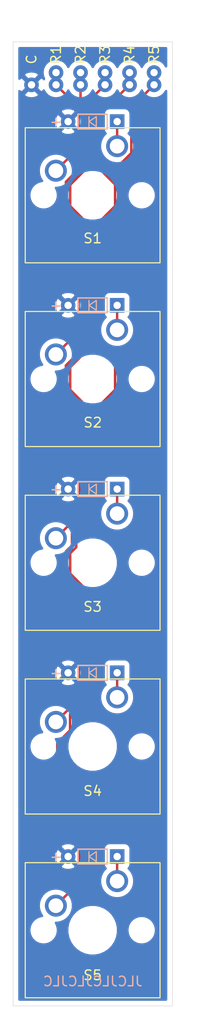
<source format=kicad_pcb>
(kicad_pcb (version 20171130) (host pcbnew 5.1.6-1.fc32)

  (general
    (thickness 1.6)
    (drawings 5)
    (tracks 72)
    (zones 0)
    (modules 6)
    (nets 12)
  )

  (page A4)
  (title_block
    (title "5 Switch Column")
    (date 2020-08-03)
    (rev 01)
    (comment 2 https://www.gnu.org/licenses/gpl-3.0.html)
    (comment 3 "License: GPL v3")
    (comment 4 "Author: Justin Frahm")
  )

  (layers
    (0 F.Cu signal)
    (31 B.Cu signal)
    (32 B.Adhes user)
    (33 F.Adhes user)
    (34 B.Paste user)
    (35 F.Paste user)
    (36 B.SilkS user)
    (37 F.SilkS user)
    (38 B.Mask user)
    (39 F.Mask user)
    (40 Dwgs.User user)
    (41 Cmts.User user)
    (42 Eco1.User user)
    (43 Eco2.User user)
    (44 Edge.Cuts user)
    (45 Margin user)
    (46 B.CrtYd user)
    (47 F.CrtYd user)
    (48 B.Fab user)
    (49 F.Fab user)
  )

  (setup
    (last_trace_width 0.25)
    (trace_clearance 0.2)
    (zone_clearance 0.508)
    (zone_45_only no)
    (trace_min 0.1524)
    (via_size 0.8)
    (via_drill 0.4)
    (via_min_size 0.254)
    (via_min_drill 0.3)
    (uvia_size 0.3)
    (uvia_drill 0.1)
    (uvias_allowed no)
    (uvia_min_size 0.254)
    (uvia_min_drill 0.1)
    (edge_width 0.05)
    (segment_width 0.2)
    (pcb_text_width 0.3)
    (pcb_text_size 1.5 1.5)
    (mod_edge_width 0.12)
    (mod_text_size 1 1)
    (mod_text_width 0.15)
    (pad_size 4 4)
    (pad_drill 4)
    (pad_to_mask_clearance 0.0508)
    (aux_axis_origin 0 0)
    (visible_elements FFFFFF7F)
    (pcbplotparams
      (layerselection 0x010f0_ffffffff)
      (usegerberextensions true)
      (usegerberattributes true)
      (usegerberadvancedattributes true)
      (creategerberjobfile true)
      (excludeedgelayer true)
      (linewidth 0.100000)
      (plotframeref false)
      (viasonmask false)
      (mode 1)
      (useauxorigin false)
      (hpglpennumber 1)
      (hpglpenspeed 20)
      (hpglpendiameter 15.000000)
      (psnegative false)
      (psa4output false)
      (plotreference true)
      (plotvalue false)
      (plotinvisibletext false)
      (padsonsilk false)
      (subtractmaskfromsilk false)
      (outputformat 1)
      (mirror false)
      (drillshape 0)
      (scaleselection 1)
      (outputdirectory "gerbers/"))
  )

  (net 0 "")
  (net 1 "Net-(S1-Pad4)")
  (net 2 "Net-(S1-Pad2)")
  (net 3 "Net-(S1-Pad1)")
  (net 4 "Net-(S2-Pad2)")
  (net 5 "Net-(S2-Pad1)")
  (net 6 "Net-(S3-Pad2)")
  (net 7 "Net-(S3-Pad1)")
  (net 8 "Net-(S4-Pad2)")
  (net 9 "Net-(S4-Pad1)")
  (net 10 "Net-(S5-Pad2)")
  (net 11 "Net-(S5-Pad1)")

  (net_class Default "This is the default net class."
    (clearance 0.2)
    (trace_width 0.25)
    (via_dia 0.8)
    (via_drill 0.4)
    (uvia_dia 0.3)
    (uvia_drill 0.1)
    (add_net "Net-(S1-Pad1)")
    (add_net "Net-(S1-Pad2)")
    (add_net "Net-(S1-Pad4)")
    (add_net "Net-(S2-Pad1)")
    (add_net "Net-(S2-Pad2)")
    (add_net "Net-(S3-Pad1)")
    (add_net "Net-(S3-Pad2)")
    (add_net "Net-(S4-Pad1)")
    (add_net "Net-(S4-Pad2)")
    (add_net "Net-(S5-Pad1)")
    (add_net "Net-(S5-Pad2)")
  )

  (module footprints:SW_Cherry_MX_1.00u_PCB (layer F.Cu) (tedit 5F2765A6) (tstamp 5F27AD78)
    (at 120 80)
    (descr "Cherry MX keyswitch, 1.00u, PCB mount, http://cherryamericas.com/wp-content/uploads/2014/12/mx_cat.pdf")
    (tags "Cherry MX keyswitch 1.00u PCB")
    (path /5F2D8ACD)
    (fp_text reference S1 (at -2.54 9.535) (layer F.SilkS)
      (effects (font (size 1 1) (thickness 0.15)))
    )
    (fp_text value CherryMXDiode (at -2.54 12.954) (layer F.Fab)
      (effects (font (size 1 1) (thickness 0.15)))
    )
    (fp_line (start -2.921 -3.048) (end -2.921 -2.032) (layer B.SilkS) (width 0.12))
    (fp_line (start -2.921 -2.54) (end -2.159 -2.032) (layer B.SilkS) (width 0.12))
    (fp_line (start -2.159 -3.048) (end -2.921 -2.54) (layer B.SilkS) (width 0.12))
    (fp_line (start -2.159 -2.032) (end -2.159 -3.048) (layer B.SilkS) (width 0.12))
    (fp_line (start -4.064 -3.302) (end -4.064 -1.778) (layer B.SilkS) (width 0.1524))
    (fp_line (start -1.016 -3.302) (end -4.064 -3.302) (layer B.SilkS) (width 0.1524))
    (fp_line (start -1.016 -1.778) (end -1.016 -3.302) (layer B.SilkS) (width 0.1524))
    (fp_line (start -4.064 -1.778) (end -1.016 -1.778) (layer B.SilkS) (width 0.1524))
    (fp_line (start -9.525 12.065) (end -9.525 -1.905) (layer F.SilkS) (width 0.12))
    (fp_line (start 4.445 12.065) (end -9.525 12.065) (layer F.SilkS) (width 0.12))
    (fp_line (start 4.445 -1.905) (end 4.445 12.065) (layer F.SilkS) (width 0.12))
    (fp_line (start -9.525 -1.905) (end 4.445 -1.905) (layer F.SilkS) (width 0.12))
    (fp_line (start -12.065 14.605) (end -12.065 -4.445) (layer Dwgs.User) (width 0.15))
    (fp_line (start 6.985 14.605) (end -12.065 14.605) (layer Dwgs.User) (width 0.15))
    (fp_line (start 6.985 -4.445) (end 6.985 14.605) (layer Dwgs.User) (width 0.15))
    (fp_line (start -12.065 -4.445) (end 6.985 -4.445) (layer Dwgs.User) (width 0.15))
    (fp_line (start -9.14 -1.52) (end 4.06 -1.52) (layer F.CrtYd) (width 0.05))
    (fp_line (start 4.06 -1.52) (end 4.06 11.68) (layer F.CrtYd) (width 0.05))
    (fp_line (start 4.06 11.68) (end -9.14 11.68) (layer F.CrtYd) (width 0.05))
    (fp_line (start -9.14 11.68) (end -9.14 -1.52) (layer F.CrtYd) (width 0.05))
    (fp_line (start -8.89 11.43) (end -8.89 -1.27) (layer F.Fab) (width 0.1))
    (fp_line (start 3.81 11.43) (end -8.89 11.43) (layer F.Fab) (width 0.1))
    (fp_line (start 3.81 -1.27) (end 3.81 11.43) (layer F.Fab) (width 0.1))
    (fp_line (start -8.89 -1.27) (end 3.81 -1.27) (layer F.Fab) (width 0.1))
    (fp_line (start -4.064 -3.302) (end -4.064 -1.778) (layer F.SilkS) (width 0.1524))
    (fp_line (start -4.064 -1.778) (end -1.016 -1.778) (layer F.SilkS) (width 0.1524))
    (fp_line (start -1.016 -1.778) (end -1.016 -3.302) (layer F.SilkS) (width 0.1524))
    (fp_line (start -1.016 -3.302) (end -4.064 -3.302) (layer F.SilkS) (width 0.1524))
    (fp_line (start -2.921 -3.048) (end -2.921 -2.032) (layer F.SilkS) (width 0.12))
    (fp_line (start -2.159 -3.048) (end -2.159 -2.032) (layer F.SilkS) (width 0.12))
    (fp_line (start -2.159 -2.032) (end -2.921 -2.54) (layer F.SilkS) (width 0.12))
    (fp_line (start -2.921 -2.54) (end -2.159 -3.048) (layer F.SilkS) (width 0.12))
    (fp_text user %R (at -2.525 9.535) (layer F.Fab)
      (effects (font (size 1 1) (thickness 0.15)))
    )
    (fp_text user + (at -6.35 -2.54) (layer B.SilkS)
      (effects (font (size 1 1) (thickness 0.15)))
    )
    (fp_text user + (at -6.35 -2.54) (layer F.SilkS)
      (effects (font (size 1 1) (thickness 0.15)))
    )
    (pad 1 thru_hole circle (at 0 0) (size 2.286 2.286) (drill 1.524) (layers *.Cu *.Mask)
      (net 3 "Net-(S1-Pad1)"))
    (pad 2 thru_hole circle (at -6.35 2.54) (size 2.286 2.286) (drill 1.524) (layers *.Cu *.Mask)
      (net 2 "Net-(S1-Pad2)"))
    (pad "" np_thru_hole circle (at -2.54 5.08) (size 4 4) (drill 4) (layers *.Cu *.Mask))
    (pad "" np_thru_hole circle (at -7.62 5.08) (size 1.7 1.7) (drill 1.7) (layers *.Cu *.Mask))
    (pad "" np_thru_hole circle (at 2.54 5.08) (size 1.7 1.7) (drill 1.7) (layers *.Cu *.Mask))
    (pad 3 thru_hole rect (at 0 -2.54) (size 1.524 1.524) (drill 0.762) (layers *.Cu *.Mask)
      (net 3 "Net-(S1-Pad1)"))
    (pad 4 thru_hole circle (at -5.08 -2.54) (size 1.524 1.524) (drill 0.762) (layers *.Cu *.Mask)
      (net 1 "Net-(S1-Pad4)"))
    (model ${KISYS3DMOD}/Button_Switch_Keyboard.3dshapes/SW_Cherry_MX_1.00u_PCB.wrl
      (at (xyz 0 0 0))
      (scale (xyz 1 1 1))
      (rotate (xyz 0 0 0))
    )
  )

  (module footprints:SW_Cherry_MX_1.00u_PCB (layer F.Cu) (tedit 5F2765A6) (tstamp 5F293308)
    (at 120 99)
    (descr "Cherry MX keyswitch, 1.00u, PCB mount, http://cherryamericas.com/wp-content/uploads/2014/12/mx_cat.pdf")
    (tags "Cherry MX keyswitch 1.00u PCB")
    (path /5F27C6D7)
    (fp_text reference S2 (at -2.525 9.585) (layer F.SilkS)
      (effects (font (size 1 1) (thickness 0.15)))
    )
    (fp_text value CherryMXDiode (at -2.54 12.954) (layer F.Fab)
      (effects (font (size 1 1) (thickness 0.15)))
    )
    (fp_line (start -2.921 -2.54) (end -2.159 -3.048) (layer F.SilkS) (width 0.12))
    (fp_line (start -2.159 -2.032) (end -2.921 -2.54) (layer F.SilkS) (width 0.12))
    (fp_line (start -2.159 -3.048) (end -2.159 -2.032) (layer F.SilkS) (width 0.12))
    (fp_line (start -2.921 -3.048) (end -2.921 -2.032) (layer F.SilkS) (width 0.12))
    (fp_line (start -1.016 -3.302) (end -4.064 -3.302) (layer F.SilkS) (width 0.1524))
    (fp_line (start -1.016 -1.778) (end -1.016 -3.302) (layer F.SilkS) (width 0.1524))
    (fp_line (start -4.064 -1.778) (end -1.016 -1.778) (layer F.SilkS) (width 0.1524))
    (fp_line (start -4.064 -3.302) (end -4.064 -1.778) (layer F.SilkS) (width 0.1524))
    (fp_line (start -8.89 -1.27) (end 3.81 -1.27) (layer F.Fab) (width 0.1))
    (fp_line (start 3.81 -1.27) (end 3.81 11.43) (layer F.Fab) (width 0.1))
    (fp_line (start 3.81 11.43) (end -8.89 11.43) (layer F.Fab) (width 0.1))
    (fp_line (start -8.89 11.43) (end -8.89 -1.27) (layer F.Fab) (width 0.1))
    (fp_line (start -9.14 11.68) (end -9.14 -1.52) (layer F.CrtYd) (width 0.05))
    (fp_line (start 4.06 11.68) (end -9.14 11.68) (layer F.CrtYd) (width 0.05))
    (fp_line (start 4.06 -1.52) (end 4.06 11.68) (layer F.CrtYd) (width 0.05))
    (fp_line (start -9.14 -1.52) (end 4.06 -1.52) (layer F.CrtYd) (width 0.05))
    (fp_line (start -12.065 -4.445) (end 6.985 -4.445) (layer Dwgs.User) (width 0.15))
    (fp_line (start 6.985 -4.445) (end 6.985 14.605) (layer Dwgs.User) (width 0.15))
    (fp_line (start 6.985 14.605) (end -12.065 14.605) (layer Dwgs.User) (width 0.15))
    (fp_line (start -12.065 14.605) (end -12.065 -4.445) (layer Dwgs.User) (width 0.15))
    (fp_line (start -9.525 -1.905) (end 4.445 -1.905) (layer F.SilkS) (width 0.12))
    (fp_line (start 4.445 -1.905) (end 4.445 12.065) (layer F.SilkS) (width 0.12))
    (fp_line (start 4.445 12.065) (end -9.525 12.065) (layer F.SilkS) (width 0.12))
    (fp_line (start -9.525 12.065) (end -9.525 -1.905) (layer F.SilkS) (width 0.12))
    (fp_line (start -4.064 -1.778) (end -1.016 -1.778) (layer B.SilkS) (width 0.1524))
    (fp_line (start -1.016 -1.778) (end -1.016 -3.302) (layer B.SilkS) (width 0.1524))
    (fp_line (start -1.016 -3.302) (end -4.064 -3.302) (layer B.SilkS) (width 0.1524))
    (fp_line (start -4.064 -3.302) (end -4.064 -1.778) (layer B.SilkS) (width 0.1524))
    (fp_line (start -2.159 -2.032) (end -2.159 -3.048) (layer B.SilkS) (width 0.12))
    (fp_line (start -2.159 -3.048) (end -2.921 -2.54) (layer B.SilkS) (width 0.12))
    (fp_line (start -2.921 -2.54) (end -2.159 -2.032) (layer B.SilkS) (width 0.12))
    (fp_line (start -2.921 -3.048) (end -2.921 -2.032) (layer B.SilkS) (width 0.12))
    (fp_text user + (at -6.35 -2.54) (layer F.SilkS)
      (effects (font (size 1 1) (thickness 0.15)))
    )
    (fp_text user + (at -6.35 -2.54) (layer B.SilkS)
      (effects (font (size 1 1) (thickness 0.15)))
    )
    (fp_text user %R (at -2.54 9.585) (layer F.Fab)
      (effects (font (size 1 1) (thickness 0.15)))
    )
    (pad 4 thru_hole circle (at -5.08 -2.54) (size 1.524 1.524) (drill 0.762) (layers *.Cu *.Mask)
      (net 1 "Net-(S1-Pad4)"))
    (pad 3 thru_hole rect (at 0 -2.54) (size 1.524 1.524) (drill 0.762) (layers *.Cu *.Mask)
      (net 5 "Net-(S2-Pad1)"))
    (pad "" np_thru_hole circle (at 2.54 5.08) (size 1.7 1.7) (drill 1.7) (layers *.Cu *.Mask))
    (pad "" np_thru_hole circle (at -7.62 5.08) (size 1.7 1.7) (drill 1.7) (layers *.Cu *.Mask))
    (pad "" np_thru_hole circle (at -2.54 5.08) (size 4 4) (drill 4) (layers *.Cu *.Mask))
    (pad 2 thru_hole circle (at -6.35 2.54) (size 2.286 2.286) (drill 1.524) (layers *.Cu *.Mask)
      (net 4 "Net-(S2-Pad2)"))
    (pad 1 thru_hole circle (at 0 0) (size 2.286 2.286) (drill 1.524) (layers *.Cu *.Mask)
      (net 5 "Net-(S2-Pad1)"))
    (model ${KISYS3DMOD}/Button_Switch_Keyboard.3dshapes/SW_Cherry_MX_1.00u_PCB.wrl
      (at (xyz 0 0 0))
      (scale (xyz 1 1 1))
      (rotate (xyz 0 0 0))
    )
  )

  (module footprints:SW_Cherry_MX_1.00u_PCB (layer F.Cu) (tedit 5F2765A6) (tstamp 5F27AE00)
    (at 120 118)
    (descr "Cherry MX keyswitch, 1.00u, PCB mount, http://cherryamericas.com/wp-content/uploads/2014/12/mx_cat.pdf")
    (tags "Cherry MX keyswitch 1.00u PCB")
    (path /5F27CC87)
    (fp_text reference S3 (at -2.54 9.635) (layer F.SilkS)
      (effects (font (size 1 1) (thickness 0.15)))
    )
    (fp_text value CherryMXDiode (at -2.54 12.954) (layer F.Fab)
      (effects (font (size 1 1) (thickness 0.15)))
    )
    (fp_line (start -2.921 -3.048) (end -2.921 -2.032) (layer B.SilkS) (width 0.12))
    (fp_line (start -2.921 -2.54) (end -2.159 -2.032) (layer B.SilkS) (width 0.12))
    (fp_line (start -2.159 -3.048) (end -2.921 -2.54) (layer B.SilkS) (width 0.12))
    (fp_line (start -2.159 -2.032) (end -2.159 -3.048) (layer B.SilkS) (width 0.12))
    (fp_line (start -4.064 -3.302) (end -4.064 -1.778) (layer B.SilkS) (width 0.1524))
    (fp_line (start -1.016 -3.302) (end -4.064 -3.302) (layer B.SilkS) (width 0.1524))
    (fp_line (start -1.016 -1.778) (end -1.016 -3.302) (layer B.SilkS) (width 0.1524))
    (fp_line (start -4.064 -1.778) (end -1.016 -1.778) (layer B.SilkS) (width 0.1524))
    (fp_line (start -9.525 12.065) (end -9.525 -1.905) (layer F.SilkS) (width 0.12))
    (fp_line (start 4.445 12.065) (end -9.525 12.065) (layer F.SilkS) (width 0.12))
    (fp_line (start 4.445 -1.905) (end 4.445 12.065) (layer F.SilkS) (width 0.12))
    (fp_line (start -9.525 -1.905) (end 4.445 -1.905) (layer F.SilkS) (width 0.12))
    (fp_line (start -12.065 14.605) (end -12.065 -4.445) (layer Dwgs.User) (width 0.15))
    (fp_line (start 6.985 14.605) (end -12.065 14.605) (layer Dwgs.User) (width 0.15))
    (fp_line (start 6.985 -4.445) (end 6.985 14.605) (layer Dwgs.User) (width 0.15))
    (fp_line (start -12.065 -4.445) (end 6.985 -4.445) (layer Dwgs.User) (width 0.15))
    (fp_line (start -9.14 -1.52) (end 4.06 -1.52) (layer F.CrtYd) (width 0.05))
    (fp_line (start 4.06 -1.52) (end 4.06 11.68) (layer F.CrtYd) (width 0.05))
    (fp_line (start 4.06 11.68) (end -9.14 11.68) (layer F.CrtYd) (width 0.05))
    (fp_line (start -9.14 11.68) (end -9.14 -1.52) (layer F.CrtYd) (width 0.05))
    (fp_line (start -8.89 11.43) (end -8.89 -1.27) (layer F.Fab) (width 0.1))
    (fp_line (start 3.81 11.43) (end -8.89 11.43) (layer F.Fab) (width 0.1))
    (fp_line (start 3.81 -1.27) (end 3.81 11.43) (layer F.Fab) (width 0.1))
    (fp_line (start -8.89 -1.27) (end 3.81 -1.27) (layer F.Fab) (width 0.1))
    (fp_line (start -4.064 -3.302) (end -4.064 -1.778) (layer F.SilkS) (width 0.1524))
    (fp_line (start -4.064 -1.778) (end -1.016 -1.778) (layer F.SilkS) (width 0.1524))
    (fp_line (start -1.016 -1.778) (end -1.016 -3.302) (layer F.SilkS) (width 0.1524))
    (fp_line (start -1.016 -3.302) (end -4.064 -3.302) (layer F.SilkS) (width 0.1524))
    (fp_line (start -2.921 -3.048) (end -2.921 -2.032) (layer F.SilkS) (width 0.12))
    (fp_line (start -2.159 -3.048) (end -2.159 -2.032) (layer F.SilkS) (width 0.12))
    (fp_line (start -2.159 -2.032) (end -2.921 -2.54) (layer F.SilkS) (width 0.12))
    (fp_line (start -2.921 -2.54) (end -2.159 -3.048) (layer F.SilkS) (width 0.12))
    (fp_text user %R (at -2.54 9.635) (layer F.Fab)
      (effects (font (size 1 1) (thickness 0.15)))
    )
    (fp_text user + (at -6.35 -2.54) (layer B.SilkS)
      (effects (font (size 1 1) (thickness 0.15)))
    )
    (fp_text user + (at -6.35 -2.54) (layer F.SilkS)
      (effects (font (size 1 1) (thickness 0.15)))
    )
    (pad 1 thru_hole circle (at 0 0) (size 2.286 2.286) (drill 1.524) (layers *.Cu *.Mask)
      (net 7 "Net-(S3-Pad1)"))
    (pad 2 thru_hole circle (at -6.35 2.54) (size 2.286 2.286) (drill 1.524) (layers *.Cu *.Mask)
      (net 6 "Net-(S3-Pad2)"))
    (pad "" np_thru_hole circle (at -2.54 5.08) (size 4 4) (drill 4) (layers *.Cu *.Mask))
    (pad "" np_thru_hole circle (at -7.62 5.08) (size 1.7 1.7) (drill 1.7) (layers *.Cu *.Mask))
    (pad "" np_thru_hole circle (at 2.54 5.08) (size 1.7 1.7) (drill 1.7) (layers *.Cu *.Mask))
    (pad 3 thru_hole rect (at 0 -2.54) (size 1.524 1.524) (drill 0.762) (layers *.Cu *.Mask)
      (net 7 "Net-(S3-Pad1)"))
    (pad 4 thru_hole circle (at -5.08 -2.54) (size 1.524 1.524) (drill 0.762) (layers *.Cu *.Mask)
      (net 1 "Net-(S1-Pad4)"))
    (model ${KISYS3DMOD}/Button_Switch_Keyboard.3dshapes/SW_Cherry_MX_1.00u_PCB.wrl
      (at (xyz 0 0 0))
      (scale (xyz 1 1 1))
      (rotate (xyz 0 0 0))
    )
  )

  (module footprints:SW_Cherry_MX_1.00u_PCB (layer F.Cu) (tedit 5F2765A6) (tstamp 5F27AE2E)
    (at 120 137)
    (descr "Cherry MX keyswitch, 1.00u, PCB mount, http://cherryamericas.com/wp-content/uploads/2014/12/mx_cat.pdf")
    (tags "Cherry MX keyswitch 1.00u PCB")
    (path /5F27D1C8)
    (fp_text reference S4 (at -2.54 9.685) (layer F.SilkS)
      (effects (font (size 1 1) (thickness 0.15)))
    )
    (fp_text value CherryMXDiode (at -2.54 12.954) (layer F.Fab)
      (effects (font (size 1 1) (thickness 0.15)))
    )
    (fp_line (start -2.921 -2.54) (end -2.159 -3.048) (layer F.SilkS) (width 0.12))
    (fp_line (start -2.159 -2.032) (end -2.921 -2.54) (layer F.SilkS) (width 0.12))
    (fp_line (start -2.159 -3.048) (end -2.159 -2.032) (layer F.SilkS) (width 0.12))
    (fp_line (start -2.921 -3.048) (end -2.921 -2.032) (layer F.SilkS) (width 0.12))
    (fp_line (start -1.016 -3.302) (end -4.064 -3.302) (layer F.SilkS) (width 0.1524))
    (fp_line (start -1.016 -1.778) (end -1.016 -3.302) (layer F.SilkS) (width 0.1524))
    (fp_line (start -4.064 -1.778) (end -1.016 -1.778) (layer F.SilkS) (width 0.1524))
    (fp_line (start -4.064 -3.302) (end -4.064 -1.778) (layer F.SilkS) (width 0.1524))
    (fp_line (start -8.89 -1.27) (end 3.81 -1.27) (layer F.Fab) (width 0.1))
    (fp_line (start 3.81 -1.27) (end 3.81 11.43) (layer F.Fab) (width 0.1))
    (fp_line (start 3.81 11.43) (end -8.89 11.43) (layer F.Fab) (width 0.1))
    (fp_line (start -8.89 11.43) (end -8.89 -1.27) (layer F.Fab) (width 0.1))
    (fp_line (start -9.14 11.68) (end -9.14 -1.52) (layer F.CrtYd) (width 0.05))
    (fp_line (start 4.06 11.68) (end -9.14 11.68) (layer F.CrtYd) (width 0.05))
    (fp_line (start 4.06 -1.52) (end 4.06 11.68) (layer F.CrtYd) (width 0.05))
    (fp_line (start -9.14 -1.52) (end 4.06 -1.52) (layer F.CrtYd) (width 0.05))
    (fp_line (start -12.065 -4.445) (end 6.985 -4.445) (layer Dwgs.User) (width 0.15))
    (fp_line (start 6.985 -4.445) (end 6.985 14.605) (layer Dwgs.User) (width 0.15))
    (fp_line (start 6.985 14.605) (end -12.065 14.605) (layer Dwgs.User) (width 0.15))
    (fp_line (start -12.065 14.605) (end -12.065 -4.445) (layer Dwgs.User) (width 0.15))
    (fp_line (start -9.525 -1.905) (end 4.445 -1.905) (layer F.SilkS) (width 0.12))
    (fp_line (start 4.445 -1.905) (end 4.445 12.065) (layer F.SilkS) (width 0.12))
    (fp_line (start 4.445 12.065) (end -9.525 12.065) (layer F.SilkS) (width 0.12))
    (fp_line (start -9.525 12.065) (end -9.525 -1.905) (layer F.SilkS) (width 0.12))
    (fp_line (start -4.064 -1.778) (end -1.016 -1.778) (layer B.SilkS) (width 0.1524))
    (fp_line (start -1.016 -1.778) (end -1.016 -3.302) (layer B.SilkS) (width 0.1524))
    (fp_line (start -1.016 -3.302) (end -4.064 -3.302) (layer B.SilkS) (width 0.1524))
    (fp_line (start -4.064 -3.302) (end -4.064 -1.778) (layer B.SilkS) (width 0.1524))
    (fp_line (start -2.159 -2.032) (end -2.159 -3.048) (layer B.SilkS) (width 0.12))
    (fp_line (start -2.159 -3.048) (end -2.921 -2.54) (layer B.SilkS) (width 0.12))
    (fp_line (start -2.921 -2.54) (end -2.159 -2.032) (layer B.SilkS) (width 0.12))
    (fp_line (start -2.921 -3.048) (end -2.921 -2.032) (layer B.SilkS) (width 0.12))
    (fp_text user + (at -6.35 -2.54) (layer F.SilkS)
      (effects (font (size 1 1) (thickness 0.15)))
    )
    (fp_text user + (at -6.35 -2.54) (layer B.SilkS)
      (effects (font (size 1 1) (thickness 0.15)))
    )
    (fp_text user %R (at -2.525 28.735) (layer F.Fab)
      (effects (font (size 1 1) (thickness 0.15)))
    )
    (pad 4 thru_hole circle (at -5.08 -2.54) (size 1.524 1.524) (drill 0.762) (layers *.Cu *.Mask)
      (net 1 "Net-(S1-Pad4)"))
    (pad 3 thru_hole rect (at 0 -2.54) (size 1.524 1.524) (drill 0.762) (layers *.Cu *.Mask)
      (net 9 "Net-(S4-Pad1)"))
    (pad "" np_thru_hole circle (at 2.54 5.08) (size 1.7 1.7) (drill 1.7) (layers *.Cu *.Mask))
    (pad "" np_thru_hole circle (at -7.62 5.08) (size 1.7 1.7) (drill 1.7) (layers *.Cu *.Mask))
    (pad "" np_thru_hole circle (at -2.54 5.08) (size 4 4) (drill 4) (layers *.Cu *.Mask))
    (pad 2 thru_hole circle (at -6.35 2.54) (size 2.286 2.286) (drill 1.524) (layers *.Cu *.Mask)
      (net 8 "Net-(S4-Pad2)"))
    (pad 1 thru_hole circle (at 0 0) (size 2.286 2.286) (drill 1.524) (layers *.Cu *.Mask)
      (net 9 "Net-(S4-Pad1)"))
    (model ${KISYS3DMOD}/Button_Switch_Keyboard.3dshapes/SW_Cherry_MX_1.00u_PCB.wrl
      (at (xyz 0 0 0))
      (scale (xyz 1 1 1))
      (rotate (xyz 0 0 0))
    )
  )

  (module footprints:SW_Cherry_MX_1.00u_PCB (layer F.Cu) (tedit 5F2765A6) (tstamp 5F27AE5C)
    (at 120 156)
    (descr "Cherry MX keyswitch, 1.00u, PCB mount, http://cherryamericas.com/wp-content/uploads/2014/12/mx_cat.pdf")
    (tags "Cherry MX keyswitch 1.00u PCB")
    (path /5F27D70F)
    (fp_text reference S5 (at -2.54 9.735) (layer F.SilkS)
      (effects (font (size 1 1) (thickness 0.15)))
    )
    (fp_text value CherryMXDiode (at -2.54 12.954) (layer F.Fab)
      (effects (font (size 1 1) (thickness 0.15)))
    )
    (fp_line (start -2.921 -3.048) (end -2.921 -2.032) (layer B.SilkS) (width 0.12))
    (fp_line (start -2.921 -2.54) (end -2.159 -2.032) (layer B.SilkS) (width 0.12))
    (fp_line (start -2.159 -3.048) (end -2.921 -2.54) (layer B.SilkS) (width 0.12))
    (fp_line (start -2.159 -2.032) (end -2.159 -3.048) (layer B.SilkS) (width 0.12))
    (fp_line (start -4.064 -3.302) (end -4.064 -1.778) (layer B.SilkS) (width 0.1524))
    (fp_line (start -1.016 -3.302) (end -4.064 -3.302) (layer B.SilkS) (width 0.1524))
    (fp_line (start -1.016 -1.778) (end -1.016 -3.302) (layer B.SilkS) (width 0.1524))
    (fp_line (start -4.064 -1.778) (end -1.016 -1.778) (layer B.SilkS) (width 0.1524))
    (fp_line (start -9.525 12.065) (end -9.525 -1.905) (layer F.SilkS) (width 0.12))
    (fp_line (start 4.445 12.065) (end -9.525 12.065) (layer F.SilkS) (width 0.12))
    (fp_line (start 4.445 -1.905) (end 4.445 12.065) (layer F.SilkS) (width 0.12))
    (fp_line (start -9.525 -1.905) (end 4.445 -1.905) (layer F.SilkS) (width 0.12))
    (fp_line (start -12.065 14.605) (end -12.065 -4.445) (layer Dwgs.User) (width 0.15))
    (fp_line (start 6.985 14.605) (end -12.065 14.605) (layer Dwgs.User) (width 0.15))
    (fp_line (start 6.985 -4.445) (end 6.985 14.605) (layer Dwgs.User) (width 0.15))
    (fp_line (start -12.065 -4.445) (end 6.985 -4.445) (layer Dwgs.User) (width 0.15))
    (fp_line (start -9.14 -1.52) (end 4.06 -1.52) (layer F.CrtYd) (width 0.05))
    (fp_line (start 4.06 -1.52) (end 4.06 11.68) (layer F.CrtYd) (width 0.05))
    (fp_line (start 4.06 11.68) (end -9.14 11.68) (layer F.CrtYd) (width 0.05))
    (fp_line (start -9.14 11.68) (end -9.14 -1.52) (layer F.CrtYd) (width 0.05))
    (fp_line (start -8.89 11.43) (end -8.89 -1.27) (layer F.Fab) (width 0.1))
    (fp_line (start 3.81 11.43) (end -8.89 11.43) (layer F.Fab) (width 0.1))
    (fp_line (start 3.81 -1.27) (end 3.81 11.43) (layer F.Fab) (width 0.1))
    (fp_line (start -8.89 -1.27) (end 3.81 -1.27) (layer F.Fab) (width 0.1))
    (fp_line (start -4.064 -3.302) (end -4.064 -1.778) (layer F.SilkS) (width 0.1524))
    (fp_line (start -4.064 -1.778) (end -1.016 -1.778) (layer F.SilkS) (width 0.1524))
    (fp_line (start -1.016 -1.778) (end -1.016 -3.302) (layer F.SilkS) (width 0.1524))
    (fp_line (start -1.016 -3.302) (end -4.064 -3.302) (layer F.SilkS) (width 0.1524))
    (fp_line (start -2.921 -3.048) (end -2.921 -2.032) (layer F.SilkS) (width 0.12))
    (fp_line (start -2.159 -3.048) (end -2.159 -2.032) (layer F.SilkS) (width 0.12))
    (fp_line (start -2.159 -2.032) (end -2.921 -2.54) (layer F.SilkS) (width 0.12))
    (fp_line (start -2.921 -2.54) (end -2.159 -3.048) (layer F.SilkS) (width 0.12))
    (fp_text user %R (at -2.54 9.735) (layer F.Fab)
      (effects (font (size 1 1) (thickness 0.15)))
    )
    (fp_text user + (at -6.35 -2.54) (layer B.SilkS)
      (effects (font (size 1 1) (thickness 0.15)))
    )
    (fp_text user + (at -6.35 -2.54) (layer F.SilkS)
      (effects (font (size 1 1) (thickness 0.15)))
    )
    (pad 1 thru_hole circle (at 0 0) (size 2.286 2.286) (drill 1.524) (layers *.Cu *.Mask)
      (net 11 "Net-(S5-Pad1)"))
    (pad 2 thru_hole circle (at -6.35 2.54) (size 2.286 2.286) (drill 1.524) (layers *.Cu *.Mask)
      (net 10 "Net-(S5-Pad2)"))
    (pad "" np_thru_hole circle (at -2.54 5.08) (size 4 4) (drill 4) (layers *.Cu *.Mask))
    (pad "" np_thru_hole circle (at -7.62 5.08) (size 1.7 1.7) (drill 1.7) (layers *.Cu *.Mask))
    (pad "" np_thru_hole circle (at 2.54 5.08) (size 1.7 1.7) (drill 1.7) (layers *.Cu *.Mask))
    (pad 3 thru_hole rect (at 0 -2.54) (size 1.524 1.524) (drill 0.762) (layers *.Cu *.Mask)
      (net 11 "Net-(S5-Pad1)"))
    (pad 4 thru_hole circle (at -5.08 -2.54) (size 1.524 1.524) (drill 0.762) (layers *.Cu *.Mask)
      (net 1 "Net-(S1-Pad4)"))
    (model ${KISYS3DMOD}/Button_Switch_Keyboard.3dshapes/SW_Cherry_MX_1.00u_PCB.wrl
      (at (xyz 0 0 0))
      (scale (xyz 1 1 1))
      (rotate (xyz 0 0 0))
    )
  )

  (module footprints:6PinHeader (layer F.Cu) (tedit 5F278F88) (tstamp 5F27AE71)
    (at 111.125 73.66 90)
    (path /5F27F443)
    (fp_text reference U1 (at 0 16.637 90) (layer F.Fab)
      (effects (font (size 1 1) (thickness 0.15)) (justify left))
    )
    (fp_text value 6PinHeader (at 0 -1.27 90) (layer F.Fab)
      (effects (font (size 1 1) (thickness 0.15)) (justify left))
    )
    (fp_text user C (at 2.032 0 90) (layer F.SilkS)
      (effects (font (size 1 1) (thickness 0.15)) (justify left))
    )
    (fp_text user R1 (at 2.032 2.54 90) (layer F.SilkS)
      (effects (font (size 1 1) (thickness 0.15)) (justify left))
    )
    (fp_text user R2 (at 2.032 5.08 90) (layer F.SilkS)
      (effects (font (size 1 1) (thickness 0.15)) (justify left))
    )
    (fp_text user R3 (at 2.032 7.62 90) (layer F.SilkS)
      (effects (font (size 1 1) (thickness 0.15)) (justify left))
    )
    (fp_text user R4 (at 2.032 10.16 90) (layer F.SilkS)
      (effects (font (size 1 1) (thickness 0.15)) (justify left))
    )
    (fp_text user R5 (at 2.032 12.7 90) (layer F.SilkS)
      (effects (font (size 1 1) (thickness 0.15)) (justify left))
    )
    (pad 1 thru_hole circle (at 0 0 90) (size 1.524 1.524) (drill 0.762) (layers *.Cu *.Mask)
      (net 1 "Net-(S1-Pad4)"))
    (pad 2 thru_hole circle (at 0 2.54 90) (size 1.524 1.524) (drill 0.762) (layers *.Cu *.Mask)
      (net 2 "Net-(S1-Pad2)"))
    (pad 3 thru_hole circle (at 0 5.08 90) (size 1.524 1.524) (drill 0.762) (layers *.Cu *.Mask)
      (net 4 "Net-(S2-Pad2)"))
    (pad 4 thru_hole circle (at 0 7.62 90) (size 1.524 1.524) (drill 0.762) (layers *.Cu *.Mask)
      (net 6 "Net-(S3-Pad2)"))
    (pad 5 thru_hole circle (at 0 10.16 90) (size 1.524 1.524) (drill 0.762) (layers *.Cu *.Mask)
      (net 8 "Net-(S4-Pad2)"))
    (pad 6 thru_hole circle (at 0 12.7 90) (size 1.524 1.524) (drill 0.762) (layers *.Cu *.Mask)
      (net 10 "Net-(S5-Pad2)"))
    (pad 2 thru_hole circle (at 1.27 2.54 90) (size 1.524 1.524) (drill 0.762) (layers *.Cu *.Mask)
      (net 2 "Net-(S1-Pad2)"))
    (pad 3 thru_hole circle (at 1.27 5.08 90) (size 1.524 1.524) (drill 0.762) (layers *.Cu *.Mask)
      (net 4 "Net-(S2-Pad2)"))
    (pad 4 thru_hole circle (at 1.27 7.62 90) (size 1.524 1.524) (drill 0.762) (layers *.Cu *.Mask)
      (net 6 "Net-(S3-Pad2)"))
    (pad 5 thru_hole circle (at 1.27 10.16 90) (size 1.524 1.524) (drill 0.762) (layers *.Cu *.Mask)
      (net 8 "Net-(S4-Pad2)"))
    (pad 6 thru_hole circle (at 1.27 12.7 90) (size 1.524 1.524) (drill 0.762) (layers *.Cu *.Mask)
      (net 10 "Net-(S5-Pad2)"))
  )

  (gr_text JLCJLCJLCJLC (at 117.475 166.37) (layer B.SilkS)
    (effects (font (size 1 1) (thickness 0.15)) (justify mirror))
  )
  (gr_line (start 125.73 69.215) (end 109.22 69.215) (layer Edge.Cuts) (width 0.05) (tstamp 5F27F4D9))
  (gr_line (start 125.73 168.91) (end 125.73 69.215) (layer Edge.Cuts) (width 0.05))
  (gr_line (start 109.22 168.91) (end 125.73 168.91) (layer Edge.Cuts) (width 0.05))
  (gr_line (start 109.22 69.215) (end 109.22 168.91) (layer Edge.Cuts) (width 0.05))

  (segment (start 113.65 73.675) (end 113.665 73.66) (width 0.25) (layer F.Cu) (net 2))
  (segment (start 116.007001 76.002001) (end 113.665 73.66) (width 0.25) (layer F.Cu) (net 2))
  (segment (start 116.007001 80.182999) (end 116.007001 76.002001) (width 0.25) (layer F.Cu) (net 2))
  (segment (start 113.65 82.54) (end 116.007001 80.182999) (width 0.25) (layer F.Cu) (net 2))
  (segment (start 120 77.46) (end 120 80) (width 0.25) (layer F.Cu) (net 3))
  (segment (start 116.457011 75.309011) (end 116.457011 81.916989) (width 0.25) (layer F.Cu) (net 4))
  (segment (start 116.007001 99.182999) (end 113.65 101.54) (width 0.25) (layer F.Cu) (net 4))
  (segment (start 116.205 75.057) (end 116.457011 75.309011) (width 0.25) (layer F.Cu) (net 4))
  (segment (start 116.205 73.66) (end 116.205 75.057) (width 0.25) (layer F.Cu) (net 4))
  (segment (start 114.684989 83.689011) (end 116.457011 81.916989) (width 0.25) (layer F.Cu) (net 4))
  (segment (start 114.684989 86.382401) (end 114.684989 83.689011) (width 0.25) (layer F.Cu) (net 4))
  (segment (start 116.007001 87.704413) (end 114.684989 86.382401) (width 0.25) (layer F.Cu) (net 4))
  (segment (start 116.007001 99.182999) (end 116.007001 87.704413) (width 0.25) (layer F.Cu) (net 4))
  (segment (start 120 96.46) (end 120 99) (width 0.25) (layer F.Cu) (net 5))
  (segment (start 116.907021 75.497979) (end 118.745 73.66) (width 0.25) (layer F.Cu) (net 6))
  (segment (start 116.907021 82.228979) (end 116.907021 75.497979) (width 0.25) (layer F.Cu) (net 6))
  (segment (start 116.457011 87.518013) (end 115.134999 86.196001) (width 0.25) (layer F.Cu) (net 6))
  (segment (start 115.134999 86.196001) (end 115.134999 84.001001) (width 0.25) (layer F.Cu) (net 6))
  (segment (start 114.684989 102.677653) (end 116.457011 100.905631) (width 0.25) (layer F.Cu) (net 6))
  (segment (start 116.457011 100.905631) (end 116.457011 87.518013) (width 0.25) (layer F.Cu) (net 6))
  (segment (start 114.684989 105.382401) (end 114.684989 102.677653) (width 0.25) (layer F.Cu) (net 6))
  (segment (start 115.134999 84.001001) (end 116.907021 82.228979) (width 0.25) (layer F.Cu) (net 6))
  (segment (start 116.078 106.775412) (end 114.684989 105.382401) (width 0.25) (layer F.Cu) (net 6))
  (segment (start 116.078 118.112) (end 116.078 106.775412) (width 0.25) (layer F.Cu) (net 6))
  (segment (start 113.65 120.54) (end 116.078 118.112) (width 0.25) (layer F.Cu) (net 6))
  (segment (start 120 115.46) (end 120 118) (width 0.25) (layer F.Cu) (net 7))
  (segment (start 113.65 139.54) (end 116.03 137.16) (width 0.25) (layer F.Cu) (net 8))
  (segment (start 115.316 121.28359) (end 115.316 119.51041) (width 0.25) (layer F.Cu) (net 8))
  (segment (start 114.684989 121.914601) (end 115.316 121.28359) (width 0.25) (layer F.Cu) (net 8))
  (segment (start 114.684989 124.382401) (end 114.684989 121.914601) (width 0.25) (layer F.Cu) (net 8))
  (segment (start 116.03 125.727412) (end 114.684989 124.382401) (width 0.25) (layer F.Cu) (net 8))
  (segment (start 116.03 137.16) (end 116.03 125.727412) (width 0.25) (layer F.Cu) (net 8))
  (segment (start 115.134999 105.196001) (end 115.134999 103.051001) (width 0.25) (layer F.Cu) (net 8))
  (segment (start 116.52801 106.589012) (end 115.134999 105.196001) (width 0.25) (layer F.Cu) (net 8))
  (segment (start 116.52801 118.2984) (end 116.52801 106.589012) (width 0.25) (layer F.Cu) (net 8))
  (segment (start 115.316 119.51041) (end 116.52801 118.2984) (width 0.25) (layer F.Cu) (net 8))
  (segment (start 115.134999 103.051001) (end 115.134999 102.963999) (width 0.25) (layer F.Cu) (net 8))
  (segment (start 117.357031 81.536029) (end 117.357031 77.587969) (width 0.25) (layer F.Cu) (net 8))
  (segment (start 119.785001 83.963999) (end 117.357031 81.536029) (width 0.25) (layer F.Cu) (net 8))
  (segment (start 119.785001 86.196001) (end 119.785001 83.963999) (width 0.25) (layer F.Cu) (net 8))
  (segment (start 116.907021 89.073981) (end 119.785001 86.196001) (width 0.25) (layer F.Cu) (net 8))
  (segment (start 117.357031 77.587969) (end 121.285 73.66) (width 0.25) (layer F.Cu) (net 8))
  (segment (start 116.907021 101.092031) (end 116.907021 89.073981) (width 0.25) (layer F.Cu) (net 8))
  (segment (start 115.134999 102.864053) (end 116.907021 101.092031) (width 0.25) (layer F.Cu) (net 8))
  (segment (start 115.134999 103.051001) (end 115.134999 102.864053) (width 0.25) (layer F.Cu) (net 8))
  (segment (start 120 134.46) (end 120 137) (width 0.25) (layer F.Cu) (net 9))
  (segment (start 121.468001 76.016999) (end 123.825 73.66) (width 0.25) (layer F.Cu) (net 10))
  (segment (start 120.235011 81.937631) (end 121.468001 80.704641) (width 0.25) (layer F.Cu) (net 10))
  (segment (start 120.235011 86.382401) (end 120.235011 81.937631) (width 0.25) (layer F.Cu) (net 10))
  (segment (start 121.468001 80.704641) (end 121.468001 76.016999) (width 0.25) (layer F.Cu) (net 10))
  (segment (start 117.357031 89.260381) (end 120.235011 86.382401) (width 0.25) (layer F.Cu) (net 10))
  (segment (start 116.97802 108.002982) (end 119.785001 105.196001) (width 0.25) (layer F.Cu) (net 10))
  (segment (start 115.76601 121.46999) (end 115.76601 119.69681) (width 0.25) (layer F.Cu) (net 10))
  (segment (start 113.65 158.54) (end 116.078 156.112) (width 0.25) (layer F.Cu) (net 10))
  (segment (start 113.792 143.256) (end 113.792 141.732) (width 0.25) (layer F.Cu) (net 10))
  (segment (start 115.316 138.51041) (end 116.480009 137.346401) (width 0.25) (layer F.Cu) (net 10))
  (segment (start 113.792 141.732) (end 115.118001 140.405999) (width 0.25) (layer F.Cu) (net 10))
  (segment (start 115.118001 140.405999) (end 115.118001 138.740001) (width 0.25) (layer F.Cu) (net 10))
  (segment (start 115.76601 119.69681) (end 116.97802 118.4848) (width 0.25) (layer F.Cu) (net 10))
  (segment (start 115.316 138.542002) (end 115.316 138.51041) (width 0.25) (layer F.Cu) (net 10))
  (segment (start 119.785001 105.196001) (end 119.785001 102.005001) (width 0.25) (layer F.Cu) (net 10))
  (segment (start 116.078 145.542) (end 113.792 143.256) (width 0.25) (layer F.Cu) (net 10))
  (segment (start 116.480009 125.541011) (end 115.134999 124.196001) (width 0.25) (layer F.Cu) (net 10))
  (segment (start 119.785001 102.005001) (end 117.357031 99.577031) (width 0.25) (layer F.Cu) (net 10))
  (segment (start 116.97802 118.4848) (end 116.97802 108.002982) (width 0.25) (layer F.Cu) (net 10))
  (segment (start 115.134999 124.196001) (end 115.134999 122.101001) (width 0.25) (layer F.Cu) (net 10))
  (segment (start 117.357031 99.577031) (end 117.357031 89.260381) (width 0.25) (layer F.Cu) (net 10) (tstamp 5F293140))
  (segment (start 116.078 156.112) (end 116.078 145.542) (width 0.25) (layer F.Cu) (net 10))
  (segment (start 115.118001 138.740001) (end 115.316 138.542002) (width 0.25) (layer F.Cu) (net 10))
  (segment (start 116.480009 137.346401) (end 116.480009 125.541011) (width 0.25) (layer F.Cu) (net 10))
  (segment (start 115.134999 122.101001) (end 115.76601 121.46999) (width 0.25) (layer F.Cu) (net 10))
  (segment (start 120 153.46) (end 120 156) (width 0.25) (layer F.Cu) (net 11))

  (zone (net 1) (net_name "Net-(S1-Pad4)") (layer F.Cu) (tstamp 5F28E677) (hatch edge 0.508)
    (connect_pads (clearance 0.508))
    (min_thickness 0.254)
    (fill yes (arc_segments 32) (thermal_gap 0.508) (thermal_bridge_width 0.508))
    (polygon
      (pts
        (xy 125.857 169.037) (xy 109.093 169.037) (xy 109.093 69.088) (xy 125.857 69.088)
      )
    )
    (filled_polygon
      (pts
        (xy 125.070001 71.745163) (xy 125.063005 71.728273) (xy 124.91012 71.499465) (xy 124.715535 71.30488) (xy 124.486727 71.151995)
        (xy 124.23249 71.046686) (xy 123.962592 70.993) (xy 123.687408 70.993) (xy 123.41751 71.046686) (xy 123.163273 71.151995)
        (xy 122.934465 71.30488) (xy 122.73988 71.499465) (xy 122.586995 71.728273) (xy 122.555 71.805515) (xy 122.523005 71.728273)
        (xy 122.37012 71.499465) (xy 122.175535 71.30488) (xy 121.946727 71.151995) (xy 121.69249 71.046686) (xy 121.422592 70.993)
        (xy 121.147408 70.993) (xy 120.87751 71.046686) (xy 120.623273 71.151995) (xy 120.394465 71.30488) (xy 120.19988 71.499465)
        (xy 120.046995 71.728273) (xy 120.015 71.805515) (xy 119.983005 71.728273) (xy 119.83012 71.499465) (xy 119.635535 71.30488)
        (xy 119.406727 71.151995) (xy 119.15249 71.046686) (xy 118.882592 70.993) (xy 118.607408 70.993) (xy 118.33751 71.046686)
        (xy 118.083273 71.151995) (xy 117.854465 71.30488) (xy 117.65988 71.499465) (xy 117.506995 71.728273) (xy 117.475 71.805515)
        (xy 117.443005 71.728273) (xy 117.29012 71.499465) (xy 117.095535 71.30488) (xy 116.866727 71.151995) (xy 116.61249 71.046686)
        (xy 116.342592 70.993) (xy 116.067408 70.993) (xy 115.79751 71.046686) (xy 115.543273 71.151995) (xy 115.314465 71.30488)
        (xy 115.11988 71.499465) (xy 114.966995 71.728273) (xy 114.935 71.805515) (xy 114.903005 71.728273) (xy 114.75012 71.499465)
        (xy 114.555535 71.30488) (xy 114.326727 71.151995) (xy 114.07249 71.046686) (xy 113.802592 70.993) (xy 113.527408 70.993)
        (xy 113.25751 71.046686) (xy 113.003273 71.151995) (xy 112.774465 71.30488) (xy 112.57988 71.499465) (xy 112.426995 71.728273)
        (xy 112.321686 71.98251) (xy 112.268 72.252408) (xy 112.268 72.527592) (xy 112.321686 72.79749) (xy 112.415924 73.025)
        (xy 112.397308 73.069943) (xy 112.392636 73.056977) (xy 112.330656 72.94102) (xy 112.090565 72.87404) (xy 111.304605 73.66)
        (xy 112.090565 74.44596) (xy 112.330656 74.37898) (xy 112.394485 74.24324) (xy 112.426995 74.321727) (xy 112.57988 74.550535)
        (xy 112.774465 74.74512) (xy 113.003273 74.898005) (xy 113.25751 75.003314) (xy 113.527408 75.057) (xy 113.802592 75.057)
        (xy 113.95657 75.026372) (xy 114.99519 76.064991) (xy 114.847983 76.05809) (xy 114.575867 76.099078) (xy 114.316977 76.192364)
        (xy 114.20102 76.254344) (xy 114.13404 76.494435) (xy 114.92 77.280395) (xy 114.934143 77.266253) (xy 115.113748 77.445858)
        (xy 115.099605 77.46) (xy 115.113748 77.474143) (xy 114.934143 77.653748) (xy 114.92 77.639605) (xy 114.13404 78.425565)
        (xy 114.20102 78.665656) (xy 114.450048 78.782756) (xy 114.717135 78.849023) (xy 114.992017 78.86191) (xy 115.247001 78.823502)
        (xy 115.247001 79.868197) (xy 114.250823 80.864376) (xy 114.168623 80.830328) (xy 113.825118 80.762) (xy 113.474882 80.762)
        (xy 113.131377 80.830328) (xy 112.807801 80.964357) (xy 112.516591 81.158937) (xy 112.268937 81.406591) (xy 112.074357 81.697801)
        (xy 111.940328 82.021377) (xy 111.872 82.364882) (xy 111.872 82.715118) (xy 111.940328 83.058623) (xy 112.074357 83.382199)
        (xy 112.218563 83.598019) (xy 111.946842 83.652068) (xy 111.676589 83.76401) (xy 111.433368 83.926525) (xy 111.226525 84.133368)
        (xy 111.06401 84.376589) (xy 110.952068 84.646842) (xy 110.895 84.93374) (xy 110.895 85.22626) (xy 110.952068 85.513158)
        (xy 111.06401 85.783411) (xy 111.226525 86.026632) (xy 111.433368 86.233475) (xy 111.676589 86.39599) (xy 111.946842 86.507932)
        (xy 112.23374 86.565) (xy 112.52626 86.565) (xy 112.813158 86.507932) (xy 113.083411 86.39599) (xy 113.326632 86.233475)
        (xy 113.533475 86.026632) (xy 113.69599 85.783411) (xy 113.807932 85.513158) (xy 113.865 85.22626) (xy 113.865 84.93374)
        (xy 113.807932 84.646842) (xy 113.69599 84.376589) (xy 113.656842 84.318) (xy 113.825118 84.318) (xy 113.92499 84.298134)
        (xy 113.924989 86.345078) (xy 113.921313 86.382401) (xy 113.924989 86.419723) (xy 113.924989 86.419733) (xy 113.935986 86.531386)
        (xy 113.962951 86.620278) (xy 113.979443 86.674647) (xy 114.050015 86.806677) (xy 114.069956 86.830975) (xy 114.144988 86.922402)
        (xy 114.173992 86.946205) (xy 115.247002 88.019216) (xy 115.247001 95.101776) (xy 115.122865 95.070977) (xy 114.847983 95.05809)
        (xy 114.575867 95.099078) (xy 114.316977 95.192364) (xy 114.20102 95.254344) (xy 114.13404 95.494435) (xy 114.92 96.280395)
        (xy 114.934143 96.266253) (xy 115.113748 96.445858) (xy 115.099605 96.46) (xy 115.113748 96.474143) (xy 114.934143 96.653748)
        (xy 114.92 96.639605) (xy 114.13404 97.425565) (xy 114.20102 97.665656) (xy 114.450048 97.782756) (xy 114.717135 97.849023)
        (xy 114.992017 97.86191) (xy 115.247001 97.823503) (xy 115.247001 98.868197) (xy 114.250823 99.864376) (xy 114.168623 99.830328)
        (xy 113.825118 99.762) (xy 113.474882 99.762) (xy 113.131377 99.830328) (xy 112.807801 99.964357) (xy 112.516591 100.158937)
        (xy 112.268937 100.406591) (xy 112.074357 100.697801) (xy 111.940328 101.021377) (xy 111.872 101.364882) (xy 111.872 101.715118)
        (xy 111.940328 102.058623) (xy 112.074357 102.382199) (xy 112.218563 102.598019) (xy 111.946842 102.652068) (xy 111.676589 102.76401)
        (xy 111.433368 102.926525) (xy 111.226525 103.133368) (xy 111.06401 103.376589) (xy 110.952068 103.646842) (xy 110.895 103.93374)
        (xy 110.895 104.22626) (xy 110.952068 104.513158) (xy 111.06401 104.783411) (xy 111.226525 105.026632) (xy 111.433368 105.233475)
        (xy 111.676589 105.39599) (xy 111.946842 105.507932) (xy 112.23374 105.565) (xy 112.52626 105.565) (xy 112.813158 105.507932)
        (xy 113.083411 105.39599) (xy 113.326632 105.233475) (xy 113.533475 105.026632) (xy 113.69599 104.783411) (xy 113.807932 104.513158)
        (xy 113.865 104.22626) (xy 113.865 103.93374) (xy 113.807932 103.646842) (xy 113.69599 103.376589) (xy 113.656842 103.318)
        (xy 113.825118 103.318) (xy 113.92499 103.298134) (xy 113.924989 105.345078) (xy 113.921313 105.382401) (xy 113.924989 105.419723)
        (xy 113.924989 105.419733) (xy 113.935986 105.531386) (xy 113.979443 105.674647) (xy 114.050015 105.806677) (xy 114.069956 105.830975)
        (xy 114.144988 105.922402) (xy 114.173992 105.946205) (xy 115.318001 107.090215) (xy 115.318 114.119392) (xy 115.122865 114.070977)
        (xy 114.847983 114.05809) (xy 114.575867 114.099078) (xy 114.316977 114.192364) (xy 114.20102 114.254344) (xy 114.13404 114.494435)
        (xy 114.92 115.280395) (xy 114.934143 115.266253) (xy 115.113748 115.445858) (xy 115.099605 115.46) (xy 115.113748 115.474143)
        (xy 114.934143 115.653748) (xy 114.92 115.639605) (xy 114.13404 116.425565) (xy 114.20102 116.665656) (xy 114.450048 116.782756)
        (xy 114.717135 116.849023) (xy 114.992017 116.86191) (xy 115.264133 116.820922) (xy 115.318 116.801512) (xy 115.318 117.797198)
        (xy 114.250823 118.864376) (xy 114.168623 118.830328) (xy 113.825118 118.762) (xy 113.474882 118.762) (xy 113.131377 118.830328)
        (xy 112.807801 118.964357) (xy 112.516591 119.158937) (xy 112.268937 119.406591) (xy 112.074357 119.697801) (xy 111.940328 120.021377)
        (xy 111.872 120.364882) (xy 111.872 120.715118) (xy 111.940328 121.058623) (xy 112.074357 121.382199) (xy 112.218563 121.598019)
        (xy 111.946842 121.652068) (xy 111.676589 121.76401) (xy 111.433368 121.926525) (xy 111.226525 122.133368) (xy 111.06401 122.376589)
        (xy 110.952068 122.646842) (xy 110.895 122.93374) (xy 110.895 123.22626) (xy 110.952068 123.513158) (xy 111.06401 123.783411)
        (xy 111.226525 124.026632) (xy 111.433368 124.233475) (xy 111.676589 124.39599) (xy 111.946842 124.507932) (xy 112.23374 124.565)
        (xy 112.52626 124.565) (xy 112.813158 124.507932) (xy 113.083411 124.39599) (xy 113.326632 124.233475) (xy 113.533475 124.026632)
        (xy 113.69599 123.783411) (xy 113.807932 123.513158) (xy 113.865 123.22626) (xy 113.865 122.93374) (xy 113.807932 122.646842)
        (xy 113.69599 122.376589) (xy 113.656842 122.318) (xy 113.825118 122.318) (xy 113.92499 122.298134) (xy 113.924989 124.345078)
        (xy 113.921313 124.382401) (xy 113.924989 124.419723) (xy 113.924989 124.419733) (xy 113.935986 124.531386) (xy 113.979443 124.674647)
        (xy 114.050015 124.806677) (xy 114.069956 124.830975) (xy 114.144988 124.922402) (xy 114.173992 124.946205) (xy 115.270001 126.042215)
        (xy 115.27 133.107483) (xy 115.122865 133.070977) (xy 114.847983 133.05809) (xy 114.575867 133.099078) (xy 114.316977 133.192364)
        (xy 114.20102 133.254344) (xy 114.13404 133.494435) (xy 114.92 134.280395) (xy 114.934143 134.266253) (xy 115.113748 134.445858)
        (xy 115.099605 134.46) (xy 115.113748 134.474143) (xy 114.934143 134.653748) (xy 114.92 134.639605) (xy 114.13404 135.425565)
        (xy 114.20102 135.665656) (xy 114.450048 135.782756) (xy 114.717135 135.849023) (xy 114.992017 135.86191) (xy 115.264133 135.820922)
        (xy 115.27 135.818808) (xy 115.27 136.845198) (xy 114.250823 137.864376) (xy 114.168623 137.830328) (xy 113.825118 137.762)
        (xy 113.474882 137.762) (xy 113.131377 137.830328) (xy 112.807801 137.964357) (xy 112.516591 138.158937) (xy 112.268937 138.406591)
        (xy 112.074357 138.697801) (xy 111.940328 139.021377) (xy 111.872 139.364882) (xy 111.872 139.715118) (xy 111.940328 140.058623)
        (xy 112.074357 140.382199) (xy 112.218563 140.598019) (xy 111.946842 140.652068) (xy 111.676589 140.76401) (xy 111.433368 140.926525)
        (xy 111.226525 141.133368) (xy 111.06401 141.376589) (xy 110.952068 141.646842) (xy 110.895 141.93374) (xy 110.895 142.22626)
        (xy 110.952068 142.513158) (xy 111.06401 142.783411) (xy 111.226525 143.026632) (xy 111.433368 143.233475) (xy 111.676589 143.39599)
        (xy 111.946842 143.507932) (xy 112.23374 143.565) (xy 112.52626 143.565) (xy 112.813158 143.507932) (xy 113.045084 143.411865)
        (xy 113.074225 143.507932) (xy 113.086454 143.548246) (xy 113.157026 143.680276) (xy 113.196871 143.728826) (xy 113.251999 143.796001)
        (xy 113.281003 143.819804) (xy 115.318001 145.856803) (xy 115.318 152.119392) (xy 115.122865 152.070977) (xy 114.847983 152.05809)
        (xy 114.575867 152.099078) (xy 114.316977 152.192364) (xy 114.20102 152.254344) (xy 114.13404 152.494435) (xy 114.92 153.280395)
        (xy 114.934143 153.266253) (xy 115.113748 153.445858) (xy 115.099605 153.46) (xy 115.113748 153.474143) (xy 114.934143 153.653748)
        (xy 114.92 153.639605) (xy 114.13404 154.425565) (xy 114.20102 154.665656) (xy 114.450048 154.782756) (xy 114.717135 154.849023)
        (xy 114.992017 154.86191) (xy 115.264133 154.820922) (xy 115.318 154.801512) (xy 115.318 155.797198) (xy 114.250823 156.864376)
        (xy 114.168623 156.830328) (xy 113.825118 156.762) (xy 113.474882 156.762) (xy 113.131377 156.830328) (xy 112.807801 156.964357)
        (xy 112.516591 157.158937) (xy 112.268937 157.406591) (xy 112.074357 157.697801) (xy 111.940328 158.021377) (xy 111.872 158.364882)
        (xy 111.872 158.715118) (xy 111.940328 159.058623) (xy 112.074357 159.382199) (xy 112.218563 159.598019) (xy 111.946842 159.652068)
        (xy 111.676589 159.76401) (xy 111.433368 159.926525) (xy 111.226525 160.133368) (xy 111.06401 160.376589) (xy 110.952068 160.646842)
        (xy 110.895 160.93374) (xy 110.895 161.22626) (xy 110.952068 161.513158) (xy 111.06401 161.783411) (xy 111.226525 162.026632)
        (xy 111.433368 162.233475) (xy 111.676589 162.39599) (xy 111.946842 162.507932) (xy 112.23374 162.565) (xy 112.52626 162.565)
        (xy 112.813158 162.507932) (xy 113.083411 162.39599) (xy 113.326632 162.233475) (xy 113.533475 162.026632) (xy 113.69599 161.783411)
        (xy 113.807932 161.513158) (xy 113.865 161.22626) (xy 113.865 160.93374) (xy 113.842471 160.820475) (xy 114.825 160.820475)
        (xy 114.825 161.339525) (xy 114.926261 161.848601) (xy 115.124893 162.328141) (xy 115.413262 162.759715) (xy 115.780285 163.126738)
        (xy 116.211859 163.415107) (xy 116.691399 163.613739) (xy 117.200475 163.715) (xy 117.719525 163.715) (xy 118.228601 163.613739)
        (xy 118.708141 163.415107) (xy 119.139715 163.126738) (xy 119.506738 162.759715) (xy 119.795107 162.328141) (xy 119.993739 161.848601)
        (xy 120.095 161.339525) (xy 120.095 160.93374) (xy 121.055 160.93374) (xy 121.055 161.22626) (xy 121.112068 161.513158)
        (xy 121.22401 161.783411) (xy 121.386525 162.026632) (xy 121.593368 162.233475) (xy 121.836589 162.39599) (xy 122.106842 162.507932)
        (xy 122.39374 162.565) (xy 122.68626 162.565) (xy 122.973158 162.507932) (xy 123.243411 162.39599) (xy 123.486632 162.233475)
        (xy 123.693475 162.026632) (xy 123.85599 161.783411) (xy 123.967932 161.513158) (xy 124.025 161.22626) (xy 124.025 160.93374)
        (xy 123.967932 160.646842) (xy 123.85599 160.376589) (xy 123.693475 160.133368) (xy 123.486632 159.926525) (xy 123.243411 159.76401)
        (xy 122.973158 159.652068) (xy 122.68626 159.595) (xy 122.39374 159.595) (xy 122.106842 159.652068) (xy 121.836589 159.76401)
        (xy 121.593368 159.926525) (xy 121.386525 160.133368) (xy 121.22401 160.376589) (xy 121.112068 160.646842) (xy 121.055 160.93374)
        (xy 120.095 160.93374) (xy 120.095 160.820475) (xy 119.993739 160.311399) (xy 119.795107 159.831859) (xy 119.506738 159.400285)
        (xy 119.139715 159.033262) (xy 118.708141 158.744893) (xy 118.228601 158.546261) (xy 117.719525 158.445) (xy 117.200475 158.445)
        (xy 116.691399 158.546261) (xy 116.211859 158.744893) (xy 115.780285 159.033262) (xy 115.413262 159.400285) (xy 115.124893 159.831859)
        (xy 114.926261 160.311399) (xy 114.825 160.820475) (xy 113.842471 160.820475) (xy 113.807932 160.646842) (xy 113.69599 160.376589)
        (xy 113.656842 160.318) (xy 113.825118 160.318) (xy 114.168623 160.249672) (xy 114.492199 160.115643) (xy 114.783409 159.921063)
        (xy 115.031063 159.673409) (xy 115.225643 159.382199) (xy 115.359672 159.058623) (xy 115.428 158.715118) (xy 115.428 158.364882)
        (xy 115.359672 158.021377) (xy 115.325624 157.939177) (xy 116.589004 156.675798) (xy 116.618001 156.652001) (xy 116.712974 156.536276)
        (xy 116.783546 156.404247) (xy 116.827003 156.260986) (xy 116.838 156.149333) (xy 116.838 156.149332) (xy 116.841677 156.112)
        (xy 116.838 156.074667) (xy 116.838 155.824882) (xy 118.222 155.824882) (xy 118.222 156.175118) (xy 118.290328 156.518623)
        (xy 118.424357 156.842199) (xy 118.618937 157.133409) (xy 118.866591 157.381063) (xy 119.157801 157.575643) (xy 119.481377 157.709672)
        (xy 119.824882 157.778) (xy 120.175118 157.778) (xy 120.518623 157.709672) (xy 120.842199 157.575643) (xy 121.133409 157.381063)
        (xy 121.381063 157.133409) (xy 121.575643 156.842199) (xy 121.709672 156.518623) (xy 121.778 156.175118) (xy 121.778 155.824882)
        (xy 121.709672 155.481377) (xy 121.575643 155.157801) (xy 121.381063 154.866591) (xy 121.199164 154.684692) (xy 121.213185 154.673185)
        (xy 121.292537 154.576494) (xy 121.351502 154.46618) (xy 121.387812 154.346482) (xy 121.400072 154.222) (xy 121.400072 152.698)
        (xy 121.387812 152.573518) (xy 121.351502 152.45382) (xy 121.292537 152.343506) (xy 121.213185 152.246815) (xy 121.116494 152.167463)
        (xy 121.00618 152.108498) (xy 120.886482 152.072188) (xy 120.762 152.059928) (xy 119.238 152.059928) (xy 119.113518 152.072188)
        (xy 118.99382 152.108498) (xy 118.883506 152.167463) (xy 118.786815 152.246815) (xy 118.707463 152.343506) (xy 118.648498 152.45382)
        (xy 118.612188 152.573518) (xy 118.599928 152.698) (xy 118.599928 154.222) (xy 118.612188 154.346482) (xy 118.648498 154.46618)
        (xy 118.707463 154.576494) (xy 118.786815 154.673185) (xy 118.800836 154.684692) (xy 118.618937 154.866591) (xy 118.424357 155.157801)
        (xy 118.290328 155.481377) (xy 118.222 155.824882) (xy 116.838 155.824882) (xy 116.838 145.579322) (xy 116.841676 145.541999)
        (xy 116.838 145.504676) (xy 116.838 145.504667) (xy 116.827003 145.393014) (xy 116.783546 145.249753) (xy 116.712974 145.117724)
        (xy 116.618001 145.001999) (xy 116.589003 144.978201) (xy 114.552 142.941199) (xy 114.552 142.046801) (xy 114.836589 141.762212)
        (xy 114.825 141.820475) (xy 114.825 142.339525) (xy 114.926261 142.848601) (xy 115.124893 143.328141) (xy 115.413262 143.759715)
        (xy 115.780285 144.126738) (xy 116.211859 144.415107) (xy 116.691399 144.613739) (xy 117.200475 144.715) (xy 117.719525 144.715)
        (xy 118.228601 144.613739) (xy 118.708141 144.415107) (xy 119.139715 144.126738) (xy 119.506738 143.759715) (xy 119.795107 143.328141)
        (xy 119.993739 142.848601) (xy 120.095 142.339525) (xy 120.095 141.93374) (xy 121.055 141.93374) (xy 121.055 142.22626)
        (xy 121.112068 142.513158) (xy 121.22401 142.783411) (xy 121.386525 143.026632) (xy 121.593368 143.233475) (xy 121.836589 143.39599)
        (xy 122.106842 143.507932) (xy 122.39374 143.565) (xy 122.68626 143.565) (xy 122.973158 143.507932) (xy 123.243411 143.39599)
        (xy 123.486632 143.233475) (xy 123.693475 143.026632) (xy 123.85599 142.783411) (xy 123.967932 142.513158) (xy 124.025 142.22626)
        (xy 124.025 141.93374) (xy 123.967932 141.646842) (xy 123.85599 141.376589) (xy 123.693475 141.133368) (xy 123.486632 140.926525)
        (xy 123.243411 140.76401) (xy 122.973158 140.652068) (xy 122.68626 140.595) (xy 122.39374 140.595) (xy 122.106842 140.652068)
        (xy 121.836589 140.76401) (xy 121.593368 140.926525) (xy 121.386525 141.133368) (xy 121.22401 141.376589) (xy 121.112068 141.646842)
        (xy 121.055 141.93374) (xy 120.095 141.93374) (xy 120.095 141.820475) (xy 119.993739 141.311399) (xy 119.795107 140.831859)
        (xy 119.506738 140.400285) (xy 119.139715 140.033262) (xy 118.708141 139.744893) (xy 118.228601 139.546261) (xy 117.719525 139.445)
        (xy 117.200475 139.445) (xy 116.691399 139.546261) (xy 116.211859 139.744893) (xy 115.878001 139.96797) (xy 115.878001 139.055196)
        (xy 115.950974 138.966278) (xy 115.969394 138.931817) (xy 116.991013 137.910199) (xy 117.02001 137.886402) (xy 117.114983 137.770677)
        (xy 117.185555 137.638648) (xy 117.229012 137.495387) (xy 117.240009 137.383734) (xy 117.240009 137.383725) (xy 117.243685 137.346402)
        (xy 117.240009 137.309079) (xy 117.240009 136.824882) (xy 118.222 136.824882) (xy 118.222 137.175118) (xy 118.290328 137.518623)
        (xy 118.424357 137.842199) (xy 118.618937 138.133409) (xy 118.866591 138.381063) (xy 119.157801 138.575643) (xy 119.481377 138.709672)
        (xy 119.824882 138.778) (xy 120.175118 138.778) (xy 120.518623 138.709672) (xy 120.842199 138.575643) (xy 121.133409 138.381063)
        (xy 121.381063 138.133409) (xy 121.575643 137.842199) (xy 121.709672 137.518623) (xy 121.778 137.175118) (xy 121.778 136.824882)
        (xy 121.709672 136.481377) (xy 121.575643 136.157801) (xy 121.381063 135.866591) (xy 121.199164 135.684692) (xy 121.213185 135.673185)
        (xy 121.292537 135.576494) (xy 121.351502 135.46618) (xy 121.387812 135.346482) (xy 121.400072 135.222) (xy 121.400072 133.698)
        (xy 121.387812 133.573518) (xy 121.351502 133.45382) (xy 121.292537 133.343506) (xy 121.213185 133.246815) (xy 121.116494 133.167463)
        (xy 121.00618 133.108498) (xy 120.886482 133.072188) (xy 120.762 133.059928) (xy 119.238 133.059928) (xy 119.113518 133.072188)
        (xy 118.99382 133.108498) (xy 118.883506 133.167463) (xy 118.786815 133.246815) (xy 118.707463 133.343506) (xy 118.648498 133.45382)
        (xy 118.612188 133.573518) (xy 118.599928 133.698) (xy 118.599928 135.222) (xy 118.612188 135.346482) (xy 118.648498 135.46618)
        (xy 118.707463 135.576494) (xy 118.786815 135.673185) (xy 118.800836 135.684692) (xy 118.618937 135.866591) (xy 118.424357 136.157801)
        (xy 118.290328 136.481377) (xy 118.222 136.824882) (xy 117.240009 136.824882) (xy 117.240009 125.715) (xy 117.719525 125.715)
        (xy 118.228601 125.613739) (xy 118.708141 125.415107) (xy 119.139715 125.126738) (xy 119.506738 124.759715) (xy 119.795107 124.328141)
        (xy 119.993739 123.848601) (xy 120.095 123.339525) (xy 120.095 122.93374) (xy 121.055 122.93374) (xy 121.055 123.22626)
        (xy 121.112068 123.513158) (xy 121.22401 123.783411) (xy 121.386525 124.026632) (xy 121.593368 124.233475) (xy 121.836589 124.39599)
        (xy 122.106842 124.507932) (xy 122.39374 124.565) (xy 122.68626 124.565) (xy 122.973158 124.507932) (xy 123.243411 124.39599)
        (xy 123.486632 124.233475) (xy 123.693475 124.026632) (xy 123.85599 123.783411) (xy 123.967932 123.513158) (xy 124.025 123.22626)
        (xy 124.025 122.93374) (xy 123.967932 122.646842) (xy 123.85599 122.376589) (xy 123.693475 122.133368) (xy 123.486632 121.926525)
        (xy 123.243411 121.76401) (xy 122.973158 121.652068) (xy 122.68626 121.595) (xy 122.39374 121.595) (xy 122.106842 121.652068)
        (xy 121.836589 121.76401) (xy 121.593368 121.926525) (xy 121.386525 122.133368) (xy 121.22401 122.376589) (xy 121.112068 122.646842)
        (xy 121.055 122.93374) (xy 120.095 122.93374) (xy 120.095 122.820475) (xy 119.993739 122.311399) (xy 119.795107 121.831859)
        (xy 119.506738 121.400285) (xy 119.139715 121.033262) (xy 118.708141 120.744893) (xy 118.228601 120.546261) (xy 117.719525 120.445)
        (xy 117.200475 120.445) (xy 116.691399 120.546261) (xy 116.52601 120.614767) (xy 116.52601 120.011611) (xy 117.489024 119.048598)
        (xy 117.518021 119.024801) (xy 117.545544 118.991264) (xy 117.612994 118.909077) (xy 117.683566 118.777047) (xy 117.692761 118.746733)
        (xy 117.727023 118.633786) (xy 117.73802 118.522133) (xy 117.73802 118.522123) (xy 117.741696 118.4848) (xy 117.73802 118.447478)
        (xy 117.73802 117.824882) (xy 118.222 117.824882) (xy 118.222 118.175118) (xy 118.290328 118.518623) (xy 118.424357 118.842199)
        (xy 118.618937 119.133409) (xy 118.866591 119.381063) (xy 119.157801 119.575643) (xy 119.481377 119.709672) (xy 119.824882 119.778)
        (xy 120.175118 119.778) (xy 120.518623 119.709672) (xy 120.842199 119.575643) (xy 121.133409 119.381063) (xy 121.381063 119.133409)
        (xy 121.575643 118.842199) (xy 121.709672 118.518623) (xy 121.778 118.175118) (xy 121.778 117.824882) (xy 121.709672 117.481377)
        (xy 121.575643 117.157801) (xy 121.381063 116.866591) (xy 121.199164 116.684692) (xy 121.213185 116.673185) (xy 121.292537 116.576494)
        (xy 121.351502 116.46618) (xy 121.387812 116.346482) (xy 121.400072 116.222) (xy 121.400072 114.698) (xy 121.387812 114.573518)
        (xy 121.351502 114.45382) (xy 121.292537 114.343506) (xy 121.213185 114.246815) (xy 121.116494 114.167463) (xy 121.00618 114.108498)
        (xy 120.886482 114.072188) (xy 120.762 114.059928) (xy 119.238 114.059928) (xy 119.113518 114.072188) (xy 118.99382 114.108498)
        (xy 118.883506 114.167463) (xy 118.786815 114.246815) (xy 118.707463 114.343506) (xy 118.648498 114.45382) (xy 118.612188 114.573518)
        (xy 118.599928 114.698) (xy 118.599928 116.222) (xy 118.612188 116.346482) (xy 118.648498 116.46618) (xy 118.707463 116.576494)
        (xy 118.786815 116.673185) (xy 118.800836 116.684692) (xy 118.618937 116.866591) (xy 118.424357 117.157801) (xy 118.290328 117.481377)
        (xy 118.222 117.824882) (xy 117.73802 117.824882) (xy 117.73802 108.317783) (xy 120.296005 105.759799) (xy 120.325002 105.736002)
        (xy 120.419975 105.620277) (xy 120.490547 105.488248) (xy 120.534004 105.344987) (xy 120.545001 105.233334) (xy 120.545001 105.233333)
        (xy 120.548678 105.196001) (xy 120.545001 105.158668) (xy 120.545001 103.93374) (xy 121.055 103.93374) (xy 121.055 104.22626)
        (xy 121.112068 104.513158) (xy 121.22401 104.783411) (xy 121.386525 105.026632) (xy 121.593368 105.233475) (xy 121.836589 105.39599)
        (xy 122.106842 105.507932) (xy 122.39374 105.565) (xy 122.68626 105.565) (xy 122.973158 105.507932) (xy 123.243411 105.39599)
        (xy 123.486632 105.233475) (xy 123.693475 105.026632) (xy 123.85599 104.783411) (xy 123.967932 104.513158) (xy 124.025 104.22626)
        (xy 124.025 103.93374) (xy 123.967932 103.646842) (xy 123.85599 103.376589) (xy 123.693475 103.133368) (xy 123.486632 102.926525)
        (xy 123.243411 102.76401) (xy 122.973158 102.652068) (xy 122.68626 102.595) (xy 122.39374 102.595) (xy 122.106842 102.652068)
        (xy 121.836589 102.76401) (xy 121.593368 102.926525) (xy 121.386525 103.133368) (xy 121.22401 103.376589) (xy 121.112068 103.646842)
        (xy 121.055 103.93374) (xy 120.545001 103.93374) (xy 120.545001 102.042323) (xy 120.548677 102.005) (xy 120.545001 101.967677)
        (xy 120.545001 101.967668) (xy 120.534004 101.856015) (xy 120.490547 101.712754) (xy 120.4474 101.632032) (xy 120.419975 101.580724)
        (xy 120.3488 101.493998) (xy 120.325002 101.465) (xy 120.296004 101.441202) (xy 119.585107 100.730305) (xy 119.824882 100.778)
        (xy 120.175118 100.778) (xy 120.518623 100.709672) (xy 120.842199 100.575643) (xy 121.133409 100.381063) (xy 121.381063 100.133409)
        (xy 121.575643 99.842199) (xy 121.709672 99.518623) (xy 121.778 99.175118) (xy 121.778 98.824882) (xy 121.709672 98.481377)
        (xy 121.575643 98.157801) (xy 121.381063 97.866591) (xy 121.199164 97.684692) (xy 121.213185 97.673185) (xy 121.292537 97.576494)
        (xy 121.351502 97.46618) (xy 121.387812 97.346482) (xy 121.400072 97.222) (xy 121.400072 95.698) (xy 121.387812 95.573518)
        (xy 121.351502 95.45382) (xy 121.292537 95.343506) (xy 121.213185 95.246815) (xy 121.116494 95.167463) (xy 121.00618 95.108498)
        (xy 120.886482 95.072188) (xy 120.762 95.059928) (xy 119.238 95.059928) (xy 119.113518 95.072188) (xy 118.99382 95.108498)
        (xy 118.883506 95.167463) (xy 118.786815 95.246815) (xy 118.707463 95.343506) (xy 118.648498 95.45382) (xy 118.612188 95.573518)
        (xy 118.599928 95.698) (xy 118.599928 97.222) (xy 118.612188 97.346482) (xy 118.648498 97.46618) (xy 118.707463 97.576494)
        (xy 118.786815 97.673185) (xy 118.800836 97.684692) (xy 118.618937 97.866591) (xy 118.424357 98.157801) (xy 118.290328 98.481377)
        (xy 118.222 98.824882) (xy 118.222 99.175118) (xy 118.269695 99.414894) (xy 118.117031 99.26223) (xy 118.117031 89.575182)
        (xy 120.746015 86.946199) (xy 120.775012 86.922402) (xy 120.869985 86.806677) (xy 120.940557 86.674648) (xy 120.984014 86.531387)
        (xy 120.995011 86.419734) (xy 120.995011 86.419725) (xy 120.998687 86.382402) (xy 120.995011 86.345079) (xy 120.995011 84.93374)
        (xy 121.055 84.93374) (xy 121.055 85.22626) (xy 121.112068 85.513158) (xy 121.22401 85.783411) (xy 121.386525 86.026632)
        (xy 121.593368 86.233475) (xy 121.836589 86.39599) (xy 122.106842 86.507932) (xy 122.39374 86.565) (xy 122.68626 86.565)
        (xy 122.973158 86.507932) (xy 123.243411 86.39599) (xy 123.486632 86.233475) (xy 123.693475 86.026632) (xy 123.85599 85.783411)
        (xy 123.967932 85.513158) (xy 124.025 85.22626) (xy 124.025 84.93374) (xy 123.967932 84.646842) (xy 123.85599 84.376589)
        (xy 123.693475 84.133368) (xy 123.486632 83.926525) (xy 123.243411 83.76401) (xy 122.973158 83.652068) (xy 122.68626 83.595)
        (xy 122.39374 83.595) (xy 122.106842 83.652068) (xy 121.836589 83.76401) (xy 121.593368 83.926525) (xy 121.386525 84.133368)
        (xy 121.22401 84.376589) (xy 121.112068 84.646842) (xy 121.055 84.93374) (xy 120.995011 84.93374) (xy 120.995011 82.252432)
        (xy 121.979005 81.268439) (xy 122.008002 81.244642) (xy 122.102975 81.128917) (xy 122.173547 80.996888) (xy 122.217004 80.853627)
        (xy 122.228001 80.741974) (xy 122.228001 80.741965) (xy 122.231677 80.704642) (xy 122.228001 80.667319) (xy 122.228001 76.3318)
        (xy 123.53343 75.026372) (xy 123.687408 75.057) (xy 123.962592 75.057) (xy 124.23249 75.003314) (xy 124.486727 74.898005)
        (xy 124.715535 74.74512) (xy 124.91012 74.550535) (xy 125.063005 74.321727) (xy 125.070001 74.304837) (xy 125.07 168.25)
        (xy 109.88 168.25) (xy 109.88 153.532017) (xy 113.51809 153.532017) (xy 113.559078 153.804133) (xy 113.652364 154.063023)
        (xy 113.714344 154.17898) (xy 113.954435 154.24596) (xy 114.740395 153.46) (xy 113.954435 152.67404) (xy 113.714344 152.74102)
        (xy 113.597244 152.990048) (xy 113.530977 153.257135) (xy 113.51809 153.532017) (xy 109.88 153.532017) (xy 109.88 134.532017)
        (xy 113.51809 134.532017) (xy 113.559078 134.804133) (xy 113.652364 135.063023) (xy 113.714344 135.17898) (xy 113.954435 135.24596)
        (xy 114.740395 134.46) (xy 113.954435 133.67404) (xy 113.714344 133.74102) (xy 113.597244 133.990048) (xy 113.530977 134.257135)
        (xy 113.51809 134.532017) (xy 109.88 134.532017) (xy 109.88 115.532017) (xy 113.51809 115.532017) (xy 113.559078 115.804133)
        (xy 113.652364 116.063023) (xy 113.714344 116.17898) (xy 113.954435 116.24596) (xy 114.740395 115.46) (xy 113.954435 114.67404)
        (xy 113.714344 114.74102) (xy 113.597244 114.990048) (xy 113.530977 115.257135) (xy 113.51809 115.532017) (xy 109.88 115.532017)
        (xy 109.88 96.532017) (xy 113.51809 96.532017) (xy 113.559078 96.804133) (xy 113.652364 97.063023) (xy 113.714344 97.17898)
        (xy 113.954435 97.24596) (xy 114.740395 96.46) (xy 113.954435 95.67404) (xy 113.714344 95.74102) (xy 113.597244 95.990048)
        (xy 113.530977 96.257135) (xy 113.51809 96.532017) (xy 109.88 96.532017) (xy 109.88 77.532017) (xy 113.51809 77.532017)
        (xy 113.559078 77.804133) (xy 113.652364 78.063023) (xy 113.714344 78.17898) (xy 113.954435 78.24596) (xy 114.740395 77.46)
        (xy 113.954435 76.67404) (xy 113.714344 76.74102) (xy 113.597244 76.990048) (xy 113.530977 77.257135) (xy 113.51809 77.532017)
        (xy 109.88 77.532017) (xy 109.88 74.625565) (xy 110.33904 74.625565) (xy 110.40602 74.865656) (xy 110.655048 74.982756)
        (xy 110.922135 75.049023) (xy 111.197017 75.06191) (xy 111.469133 75.020922) (xy 111.728023 74.927636) (xy 111.84398 74.865656)
        (xy 111.91096 74.625565) (xy 111.125 73.839605) (xy 110.33904 74.625565) (xy 109.88 74.625565) (xy 109.88 74.305372)
        (xy 109.919344 74.37898) (xy 110.159435 74.44596) (xy 110.945395 73.66) (xy 110.159435 72.87404) (xy 109.919344 72.94102)
        (xy 109.88 73.02469) (xy 109.88 72.694435) (xy 110.33904 72.694435) (xy 111.125 73.480395) (xy 111.91096 72.694435)
        (xy 111.84398 72.454344) (xy 111.594952 72.337244) (xy 111.327865 72.270977) (xy 111.052983 72.25809) (xy 110.780867 72.299078)
        (xy 110.521977 72.392364) (xy 110.40602 72.454344) (xy 110.33904 72.694435) (xy 109.88 72.694435) (xy 109.88 69.875)
        (xy 125.070001 69.875)
      )
    )
  )
  (zone (net 1) (net_name "Net-(S1-Pad4)") (layer B.Cu) (tstamp 5F28E674) (hatch edge 0.508)
    (connect_pads (clearance 0.508))
    (min_thickness 0.254)
    (fill yes (arc_segments 32) (thermal_gap 0.508) (thermal_bridge_width 0.508))
    (polygon
      (pts
        (xy 125.984 169.164) (xy 108.966 169.164) (xy 108.966 68.961) (xy 125.984 68.961)
      )
    )
    (filled_polygon
      (pts
        (xy 125.070001 71.745163) (xy 125.063005 71.728273) (xy 124.91012 71.499465) (xy 124.715535 71.30488) (xy 124.486727 71.151995)
        (xy 124.23249 71.046686) (xy 123.962592 70.993) (xy 123.687408 70.993) (xy 123.41751 71.046686) (xy 123.163273 71.151995)
        (xy 122.934465 71.30488) (xy 122.73988 71.499465) (xy 122.586995 71.728273) (xy 122.555 71.805515) (xy 122.523005 71.728273)
        (xy 122.37012 71.499465) (xy 122.175535 71.30488) (xy 121.946727 71.151995) (xy 121.69249 71.046686) (xy 121.422592 70.993)
        (xy 121.147408 70.993) (xy 120.87751 71.046686) (xy 120.623273 71.151995) (xy 120.394465 71.30488) (xy 120.19988 71.499465)
        (xy 120.046995 71.728273) (xy 120.015 71.805515) (xy 119.983005 71.728273) (xy 119.83012 71.499465) (xy 119.635535 71.30488)
        (xy 119.406727 71.151995) (xy 119.15249 71.046686) (xy 118.882592 70.993) (xy 118.607408 70.993) (xy 118.33751 71.046686)
        (xy 118.083273 71.151995) (xy 117.854465 71.30488) (xy 117.65988 71.499465) (xy 117.506995 71.728273) (xy 117.475 71.805515)
        (xy 117.443005 71.728273) (xy 117.29012 71.499465) (xy 117.095535 71.30488) (xy 116.866727 71.151995) (xy 116.61249 71.046686)
        (xy 116.342592 70.993) (xy 116.067408 70.993) (xy 115.79751 71.046686) (xy 115.543273 71.151995) (xy 115.314465 71.30488)
        (xy 115.11988 71.499465) (xy 114.966995 71.728273) (xy 114.935 71.805515) (xy 114.903005 71.728273) (xy 114.75012 71.499465)
        (xy 114.555535 71.30488) (xy 114.326727 71.151995) (xy 114.07249 71.046686) (xy 113.802592 70.993) (xy 113.527408 70.993)
        (xy 113.25751 71.046686) (xy 113.003273 71.151995) (xy 112.774465 71.30488) (xy 112.57988 71.499465) (xy 112.426995 71.728273)
        (xy 112.321686 71.98251) (xy 112.268 72.252408) (xy 112.268 72.527592) (xy 112.321686 72.79749) (xy 112.415924 73.025)
        (xy 112.397308 73.069943) (xy 112.392636 73.056977) (xy 112.330656 72.94102) (xy 112.090565 72.87404) (xy 111.304605 73.66)
        (xy 112.090565 74.44596) (xy 112.330656 74.37898) (xy 112.394485 74.24324) (xy 112.426995 74.321727) (xy 112.57988 74.550535)
        (xy 112.774465 74.74512) (xy 113.003273 74.898005) (xy 113.25751 75.003314) (xy 113.527408 75.057) (xy 113.802592 75.057)
        (xy 114.07249 75.003314) (xy 114.326727 74.898005) (xy 114.555535 74.74512) (xy 114.75012 74.550535) (xy 114.903005 74.321727)
        (xy 114.935 74.244485) (xy 114.966995 74.321727) (xy 115.11988 74.550535) (xy 115.314465 74.74512) (xy 115.543273 74.898005)
        (xy 115.79751 75.003314) (xy 116.067408 75.057) (xy 116.342592 75.057) (xy 116.61249 75.003314) (xy 116.866727 74.898005)
        (xy 117.095535 74.74512) (xy 117.29012 74.550535) (xy 117.443005 74.321727) (xy 117.475 74.244485) (xy 117.506995 74.321727)
        (xy 117.65988 74.550535) (xy 117.854465 74.74512) (xy 118.083273 74.898005) (xy 118.33751 75.003314) (xy 118.607408 75.057)
        (xy 118.882592 75.057) (xy 119.15249 75.003314) (xy 119.406727 74.898005) (xy 119.635535 74.74512) (xy 119.83012 74.550535)
        (xy 119.983005 74.321727) (xy 120.015 74.244485) (xy 120.046995 74.321727) (xy 120.19988 74.550535) (xy 120.394465 74.74512)
        (xy 120.623273 74.898005) (xy 120.87751 75.003314) (xy 121.147408 75.057) (xy 121.422592 75.057) (xy 121.69249 75.003314)
        (xy 121.946727 74.898005) (xy 122.175535 74.74512) (xy 122.37012 74.550535) (xy 122.523005 74.321727) (xy 122.555 74.244485)
        (xy 122.586995 74.321727) (xy 122.73988 74.550535) (xy 122.934465 74.74512) (xy 123.163273 74.898005) (xy 123.41751 75.003314)
        (xy 123.687408 75.057) (xy 123.962592 75.057) (xy 124.23249 75.003314) (xy 124.486727 74.898005) (xy 124.715535 74.74512)
        (xy 124.91012 74.550535) (xy 125.063005 74.321727) (xy 125.070001 74.304837) (xy 125.07 168.25) (xy 109.88 168.25)
        (xy 109.88 160.93374) (xy 110.895 160.93374) (xy 110.895 161.22626) (xy 110.952068 161.513158) (xy 111.06401 161.783411)
        (xy 111.226525 162.026632) (xy 111.433368 162.233475) (xy 111.676589 162.39599) (xy 111.946842 162.507932) (xy 112.23374 162.565)
        (xy 112.52626 162.565) (xy 112.813158 162.507932) (xy 113.083411 162.39599) (xy 113.326632 162.233475) (xy 113.533475 162.026632)
        (xy 113.69599 161.783411) (xy 113.807932 161.513158) (xy 113.865 161.22626) (xy 113.865 160.93374) (xy 113.842471 160.820475)
        (xy 114.825 160.820475) (xy 114.825 161.339525) (xy 114.926261 161.848601) (xy 115.124893 162.328141) (xy 115.413262 162.759715)
        (xy 115.780285 163.126738) (xy 116.211859 163.415107) (xy 116.691399 163.613739) (xy 117.200475 163.715) (xy 117.719525 163.715)
        (xy 118.228601 163.613739) (xy 118.708141 163.415107) (xy 119.139715 163.126738) (xy 119.506738 162.759715) (xy 119.795107 162.328141)
        (xy 119.993739 161.848601) (xy 120.095 161.339525) (xy 120.095 160.93374) (xy 121.055 160.93374) (xy 121.055 161.22626)
        (xy 121.112068 161.513158) (xy 121.22401 161.783411) (xy 121.386525 162.026632) (xy 121.593368 162.233475) (xy 121.836589 162.39599)
        (xy 122.106842 162.507932) (xy 122.39374 162.565) (xy 122.68626 162.565) (xy 122.973158 162.507932) (xy 123.243411 162.39599)
        (xy 123.486632 162.233475) (xy 123.693475 162.026632) (xy 123.85599 161.783411) (xy 123.967932 161.513158) (xy 124.025 161.22626)
        (xy 124.025 160.93374) (xy 123.967932 160.646842) (xy 123.85599 160.376589) (xy 123.693475 160.133368) (xy 123.486632 159.926525)
        (xy 123.243411 159.76401) (xy 122.973158 159.652068) (xy 122.68626 159.595) (xy 122.39374 159.595) (xy 122.106842 159.652068)
        (xy 121.836589 159.76401) (xy 121.593368 159.926525) (xy 121.386525 160.133368) (xy 121.22401 160.376589) (xy 121.112068 160.646842)
        (xy 121.055 160.93374) (xy 120.095 160.93374) (xy 120.095 160.820475) (xy 119.993739 160.311399) (xy 119.795107 159.831859)
        (xy 119.506738 159.400285) (xy 119.139715 159.033262) (xy 118.708141 158.744893) (xy 118.228601 158.546261) (xy 117.719525 158.445)
        (xy 117.200475 158.445) (xy 116.691399 158.546261) (xy 116.211859 158.744893) (xy 115.780285 159.033262) (xy 115.413262 159.400285)
        (xy 115.124893 159.831859) (xy 114.926261 160.311399) (xy 114.825 160.820475) (xy 113.842471 160.820475) (xy 113.807932 160.646842)
        (xy 113.69599 160.376589) (xy 113.656842 160.318) (xy 113.825118 160.318) (xy 114.168623 160.249672) (xy 114.492199 160.115643)
        (xy 114.783409 159.921063) (xy 115.031063 159.673409) (xy 115.225643 159.382199) (xy 115.359672 159.058623) (xy 115.428 158.715118)
        (xy 115.428 158.364882) (xy 115.359672 158.021377) (xy 115.225643 157.697801) (xy 115.031063 157.406591) (xy 114.783409 157.158937)
        (xy 114.492199 156.964357) (xy 114.168623 156.830328) (xy 113.825118 156.762) (xy 113.474882 156.762) (xy 113.131377 156.830328)
        (xy 112.807801 156.964357) (xy 112.516591 157.158937) (xy 112.268937 157.406591) (xy 112.074357 157.697801) (xy 111.940328 158.021377)
        (xy 111.872 158.364882) (xy 111.872 158.715118) (xy 111.940328 159.058623) (xy 112.074357 159.382199) (xy 112.218563 159.598019)
        (xy 111.946842 159.652068) (xy 111.676589 159.76401) (xy 111.433368 159.926525) (xy 111.226525 160.133368) (xy 111.06401 160.376589)
        (xy 110.952068 160.646842) (xy 110.895 160.93374) (xy 109.88 160.93374) (xy 109.88 155.824882) (xy 118.222 155.824882)
        (xy 118.222 156.175118) (xy 118.290328 156.518623) (xy 118.424357 156.842199) (xy 118.618937 157.133409) (xy 118.866591 157.381063)
        (xy 119.157801 157.575643) (xy 119.481377 157.709672) (xy 119.824882 157.778) (xy 120.175118 157.778) (xy 120.518623 157.709672)
        (xy 120.842199 157.575643) (xy 121.133409 157.381063) (xy 121.381063 157.133409) (xy 121.575643 156.842199) (xy 121.709672 156.518623)
        (xy 121.778 156.175118) (xy 121.778 155.824882) (xy 121.709672 155.481377) (xy 121.575643 155.157801) (xy 121.381063 154.866591)
        (xy 121.199164 154.684692) (xy 121.213185 154.673185) (xy 121.292537 154.576494) (xy 121.351502 154.46618) (xy 121.387812 154.346482)
        (xy 121.400072 154.222) (xy 121.400072 152.698) (xy 121.387812 152.573518) (xy 121.351502 152.45382) (xy 121.292537 152.343506)
        (xy 121.213185 152.246815) (xy 121.116494 152.167463) (xy 121.00618 152.108498) (xy 120.886482 152.072188) (xy 120.762 152.059928)
        (xy 119.238 152.059928) (xy 119.113518 152.072188) (xy 118.99382 152.108498) (xy 118.883506 152.167463) (xy 118.786815 152.246815)
        (xy 118.707463 152.343506) (xy 118.648498 152.45382) (xy 118.612188 152.573518) (xy 118.599928 152.698) (xy 118.599928 154.222)
        (xy 118.612188 154.346482) (xy 118.648498 154.46618) (xy 118.707463 154.576494) (xy 118.786815 154.673185) (xy 118.800836 154.684692)
        (xy 118.618937 154.866591) (xy 118.424357 155.157801) (xy 118.290328 155.481377) (xy 118.222 155.824882) (xy 109.88 155.824882)
        (xy 109.88 154.425565) (xy 114.13404 154.425565) (xy 114.20102 154.665656) (xy 114.450048 154.782756) (xy 114.717135 154.849023)
        (xy 114.992017 154.86191) (xy 115.264133 154.820922) (xy 115.523023 154.727636) (xy 115.63898 154.665656) (xy 115.70596 154.425565)
        (xy 114.92 153.639605) (xy 114.13404 154.425565) (xy 109.88 154.425565) (xy 109.88 153.532017) (xy 113.51809 153.532017)
        (xy 113.559078 153.804133) (xy 113.652364 154.063023) (xy 113.714344 154.17898) (xy 113.954435 154.24596) (xy 114.740395 153.46)
        (xy 115.099605 153.46) (xy 115.885565 154.24596) (xy 116.125656 154.17898) (xy 116.242756 153.929952) (xy 116.309023 153.662865)
        (xy 116.32191 153.387983) (xy 116.280922 153.115867) (xy 116.187636 152.856977) (xy 116.125656 152.74102) (xy 115.885565 152.67404)
        (xy 115.099605 153.46) (xy 114.740395 153.46) (xy 113.954435 152.67404) (xy 113.714344 152.74102) (xy 113.597244 152.990048)
        (xy 113.530977 153.257135) (xy 113.51809 153.532017) (xy 109.88 153.532017) (xy 109.88 152.494435) (xy 114.13404 152.494435)
        (xy 114.92 153.280395) (xy 115.70596 152.494435) (xy 115.63898 152.254344) (xy 115.389952 152.137244) (xy 115.122865 152.070977)
        (xy 114.847983 152.05809) (xy 114.575867 152.099078) (xy 114.316977 152.192364) (xy 114.20102 152.254344) (xy 114.13404 152.494435)
        (xy 109.88 152.494435) (xy 109.88 141.93374) (xy 110.895 141.93374) (xy 110.895 142.22626) (xy 110.952068 142.513158)
        (xy 111.06401 142.783411) (xy 111.226525 143.026632) (xy 111.433368 143.233475) (xy 111.676589 143.39599) (xy 111.946842 143.507932)
        (xy 112.23374 143.565) (xy 112.52626 143.565) (xy 112.813158 143.507932) (xy 113.083411 143.39599) (xy 113.326632 143.233475)
        (xy 113.533475 143.026632) (xy 113.69599 142.783411) (xy 113.807932 142.513158) (xy 113.865 142.22626) (xy 113.865 141.93374)
        (xy 113.842471 141.820475) (xy 114.825 141.820475) (xy 114.825 142.339525) (xy 114.926261 142.848601) (xy 115.124893 143.328141)
        (xy 115.413262 143.759715) (xy 115.780285 144.126738) (xy 116.211859 144.415107) (xy 116.691399 144.613739) (xy 117.200475 144.715)
        (xy 117.719525 144.715) (xy 118.228601 144.613739) (xy 118.708141 144.415107) (xy 119.139715 144.126738) (xy 119.506738 143.759715)
        (xy 119.795107 143.328141) (xy 119.993739 142.848601) (xy 120.095 142.339525) (xy 120.095 141.93374) (xy 121.055 141.93374)
        (xy 121.055 142.22626) (xy 121.112068 142.513158) (xy 121.22401 142.783411) (xy 121.386525 143.026632) (xy 121.593368 143.233475)
        (xy 121.836589 143.39599) (xy 122.106842 143.507932) (xy 122.39374 143.565) (xy 122.68626 143.565) (xy 122.973158 143.507932)
        (xy 123.243411 143.39599) (xy 123.486632 143.233475) (xy 123.693475 143.026632) (xy 123.85599 142.783411) (xy 123.967932 142.513158)
        (xy 124.025 142.22626) (xy 124.025 141.93374) (xy 123.967932 141.646842) (xy 123.85599 141.376589) (xy 123.693475 141.133368)
        (xy 123.486632 140.926525) (xy 123.243411 140.76401) (xy 122.973158 140.652068) (xy 122.68626 140.595) (xy 122.39374 140.595)
        (xy 122.106842 140.652068) (xy 121.836589 140.76401) (xy 121.593368 140.926525) (xy 121.386525 141.133368) (xy 121.22401 141.376589)
        (xy 121.112068 141.646842) (xy 121.055 141.93374) (xy 120.095 141.93374) (xy 120.095 141.820475) (xy 119.993739 141.311399)
        (xy 119.795107 140.831859) (xy 119.506738 140.400285) (xy 119.139715 140.033262) (xy 118.708141 139.744893) (xy 118.228601 139.546261)
        (xy 117.719525 139.445) (xy 117.200475 139.445) (xy 116.691399 139.546261) (xy 116.211859 139.744893) (xy 115.780285 140.033262)
        (xy 115.413262 140.400285) (xy 115.124893 140.831859) (xy 114.926261 141.311399) (xy 114.825 141.820475) (xy 113.842471 141.820475)
        (xy 113.807932 141.646842) (xy 113.69599 141.376589) (xy 113.656842 141.318) (xy 113.825118 141.318) (xy 114.168623 141.249672)
        (xy 114.492199 141.115643) (xy 114.783409 140.921063) (xy 115.031063 140.673409) (xy 115.225643 140.382199) (xy 115.359672 140.058623)
        (xy 115.428 139.715118) (xy 115.428 139.364882) (xy 115.359672 139.021377) (xy 115.225643 138.697801) (xy 115.031063 138.406591)
        (xy 114.783409 138.158937) (xy 114.492199 137.964357) (xy 114.168623 137.830328) (xy 113.825118 137.762) (xy 113.474882 137.762)
        (xy 113.131377 137.830328) (xy 112.807801 137.964357) (xy 112.516591 138.158937) (xy 112.268937 138.406591) (xy 112.074357 138.697801)
        (xy 111.940328 139.021377) (xy 111.872 139.364882) (xy 111.872 139.715118) (xy 111.940328 140.058623) (xy 112.074357 140.382199)
        (xy 112.218563 140.598019) (xy 111.946842 140.652068) (xy 111.676589 140.76401) (xy 111.433368 140.926525) (xy 111.226525 141.133368)
        (xy 111.06401 141.376589) (xy 110.952068 141.646842) (xy 110.895 141.93374) (xy 109.88 141.93374) (xy 109.88 136.824882)
        (xy 118.222 136.824882) (xy 118.222 137.175118) (xy 118.290328 137.518623) (xy 118.424357 137.842199) (xy 118.618937 138.133409)
        (xy 118.866591 138.381063) (xy 119.157801 138.575643) (xy 119.481377 138.709672) (xy 119.824882 138.778) (xy 120.175118 138.778)
        (xy 120.518623 138.709672) (xy 120.842199 138.575643) (xy 121.133409 138.381063) (xy 121.381063 138.133409) (xy 121.575643 137.842199)
        (xy 121.709672 137.518623) (xy 121.778 137.175118) (xy 121.778 136.824882) (xy 121.709672 136.481377) (xy 121.575643 136.157801)
        (xy 121.381063 135.866591) (xy 121.199164 135.684692) (xy 121.213185 135.673185) (xy 121.292537 135.576494) (xy 121.351502 135.46618)
        (xy 121.387812 135.346482) (xy 121.400072 135.222) (xy 121.400072 133.698) (xy 121.387812 133.573518) (xy 121.351502 133.45382)
        (xy 121.292537 133.343506) (xy 121.213185 133.246815) (xy 121.116494 133.167463) (xy 121.00618 133.108498) (xy 120.886482 133.072188)
        (xy 120.762 133.059928) (xy 119.238 133.059928) (xy 119.113518 133.072188) (xy 118.99382 133.108498) (xy 118.883506 133.167463)
        (xy 118.786815 133.246815) (xy 118.707463 133.343506) (xy 118.648498 133.45382) (xy 118.612188 133.573518) (xy 118.599928 133.698)
        (xy 118.599928 135.222) (xy 118.612188 135.346482) (xy 118.648498 135.46618) (xy 118.707463 135.576494) (xy 118.786815 135.673185)
        (xy 118.800836 135.684692) (xy 118.618937 135.866591) (xy 118.424357 136.157801) (xy 118.290328 136.481377) (xy 118.222 136.824882)
        (xy 109.88 136.824882) (xy 109.88 135.425565) (xy 114.13404 135.425565) (xy 114.20102 135.665656) (xy 114.450048 135.782756)
        (xy 114.717135 135.849023) (xy 114.992017 135.86191) (xy 115.264133 135.820922) (xy 115.523023 135.727636) (xy 115.63898 135.665656)
        (xy 115.70596 135.425565) (xy 114.92 134.639605) (xy 114.13404 135.425565) (xy 109.88 135.425565) (xy 109.88 134.532017)
        (xy 113.51809 134.532017) (xy 113.559078 134.804133) (xy 113.652364 135.063023) (xy 113.714344 135.17898) (xy 113.954435 135.24596)
        (xy 114.740395 134.46) (xy 115.099605 134.46) (xy 115.885565 135.24596) (xy 116.125656 135.17898) (xy 116.242756 134.929952)
        (xy 116.309023 134.662865) (xy 116.32191 134.387983) (xy 116.280922 134.115867) (xy 116.187636 133.856977) (xy 116.125656 133.74102)
        (xy 115.885565 133.67404) (xy 115.099605 134.46) (xy 114.740395 134.46) (xy 113.954435 133.67404) (xy 113.714344 133.74102)
        (xy 113.597244 133.990048) (xy 113.530977 134.257135) (xy 113.51809 134.532017) (xy 109.88 134.532017) (xy 109.88 133.494435)
        (xy 114.13404 133.494435) (xy 114.92 134.280395) (xy 115.70596 133.494435) (xy 115.63898 133.254344) (xy 115.389952 133.137244)
        (xy 115.122865 133.070977) (xy 114.847983 133.05809) (xy 114.575867 133.099078) (xy 114.316977 133.192364) (xy 114.20102 133.254344)
        (xy 114.13404 133.494435) (xy 109.88 133.494435) (xy 109.88 122.93374) (xy 110.895 122.93374) (xy 110.895 123.22626)
        (xy 110.952068 123.513158) (xy 111.06401 123.783411) (xy 111.226525 124.026632) (xy 111.433368 124.233475) (xy 111.676589 124.39599)
        (xy 111.946842 124.507932) (xy 112.23374 124.565) (xy 112.52626 124.565) (xy 112.813158 124.507932) (xy 113.083411 124.39599)
        (xy 113.326632 124.233475) (xy 113.533475 124.026632) (xy 113.69599 123.783411) (xy 113.807932 123.513158) (xy 113.865 123.22626)
        (xy 113.865 122.93374) (xy 113.842471 122.820475) (xy 114.825 122.820475) (xy 114.825 123.339525) (xy 114.926261 123.848601)
        (xy 115.124893 124.328141) (xy 115.413262 124.759715) (xy 115.780285 125.126738) (xy 116.211859 125.415107) (xy 116.691399 125.613739)
        (xy 117.200475 125.715) (xy 117.719525 125.715) (xy 118.228601 125.613739) (xy 118.708141 125.415107) (xy 119.139715 125.126738)
        (xy 119.506738 124.759715) (xy 119.795107 124.328141) (xy 119.993739 123.848601) (xy 120.095 123.339525) (xy 120.095 122.93374)
        (xy 121.055 122.93374) (xy 121.055 123.22626) (xy 121.112068 123.513158) (xy 121.22401 123.783411) (xy 121.386525 124.026632)
        (xy 121.593368 124.233475) (xy 121.836589 124.39599) (xy 122.106842 124.507932) (xy 122.39374 124.565) (xy 122.68626 124.565)
        (xy 122.973158 124.507932) (xy 123.243411 124.39599) (xy 123.486632 124.233475) (xy 123.693475 124.026632) (xy 123.85599 123.783411)
        (xy 123.967932 123.513158) (xy 124.025 123.22626) (xy 124.025 122.93374) (xy 123.967932 122.646842) (xy 123.85599 122.376589)
        (xy 123.693475 122.133368) (xy 123.486632 121.926525) (xy 123.243411 121.76401) (xy 122.973158 121.652068) (xy 122.68626 121.595)
        (xy 122.39374 121.595) (xy 122.106842 121.652068) (xy 121.836589 121.76401) (xy 121.593368 121.926525) (xy 121.386525 122.133368)
        (xy 121.22401 122.376589) (xy 121.112068 122.646842) (xy 121.055 122.93374) (xy 120.095 122.93374) (xy 120.095 122.820475)
        (xy 119.993739 122.311399) (xy 119.795107 121.831859) (xy 119.506738 121.400285) (xy 119.139715 121.033262) (xy 118.708141 120.744893)
        (xy 118.228601 120.546261) (xy 117.719525 120.445) (xy 117.200475 120.445) (xy 116.691399 120.546261) (xy 116.211859 120.744893)
        (xy 115.780285 121.033262) (xy 115.413262 121.400285) (xy 115.124893 121.831859) (xy 114.926261 122.311399) (xy 114.825 122.820475)
        (xy 113.842471 122.820475) (xy 113.807932 122.646842) (xy 113.69599 122.376589) (xy 113.656842 122.318) (xy 113.825118 122.318)
        (xy 114.168623 122.249672) (xy 114.492199 122.115643) (xy 114.783409 121.921063) (xy 115.031063 121.673409) (xy 115.225643 121.382199)
        (xy 115.359672 121.058623) (xy 115.428 120.715118) (xy 115.428 120.364882) (xy 115.359672 120.021377) (xy 115.225643 119.697801)
        (xy 115.031063 119.406591) (xy 114.783409 119.158937) (xy 114.492199 118.964357) (xy 114.168623 118.830328) (xy 113.825118 118.762)
        (xy 113.474882 118.762) (xy 113.131377 118.830328) (xy 112.807801 118.964357) (xy 112.516591 119.158937) (xy 112.268937 119.406591)
        (xy 112.074357 119.697801) (xy 111.940328 120.021377) (xy 111.872 120.364882) (xy 111.872 120.715118) (xy 111.940328 121.058623)
        (xy 112.074357 121.382199) (xy 112.218563 121.598019) (xy 111.946842 121.652068) (xy 111.676589 121.76401) (xy 111.433368 121.926525)
        (xy 111.226525 122.133368) (xy 111.06401 122.376589) (xy 110.952068 122.646842) (xy 110.895 122.93374) (xy 109.88 122.93374)
        (xy 109.88 117.824882) (xy 118.222 117.824882) (xy 118.222 118.175118) (xy 118.290328 118.518623) (xy 118.424357 118.842199)
        (xy 118.618937 119.133409) (xy 118.866591 119.381063) (xy 119.157801 119.575643) (xy 119.481377 119.709672) (xy 119.824882 119.778)
        (xy 120.175118 119.778) (xy 120.518623 119.709672) (xy 120.842199 119.575643) (xy 121.133409 119.381063) (xy 121.381063 119.133409)
        (xy 121.575643 118.842199) (xy 121.709672 118.518623) (xy 121.778 118.175118) (xy 121.778 117.824882) (xy 121.709672 117.481377)
        (xy 121.575643 117.157801) (xy 121.381063 116.866591) (xy 121.199164 116.684692) (xy 121.213185 116.673185) (xy 121.292537 116.576494)
        (xy 121.351502 116.46618) (xy 121.387812 116.346482) (xy 121.400072 116.222) (xy 121.400072 114.698) (xy 121.387812 114.573518)
        (xy 121.351502 114.45382) (xy 121.292537 114.343506) (xy 121.213185 114.246815) (xy 121.116494 114.167463) (xy 121.00618 114.108498)
        (xy 120.886482 114.072188) (xy 120.762 114.059928) (xy 119.238 114.059928) (xy 119.113518 114.072188) (xy 118.99382 114.108498)
        (xy 118.883506 114.167463) (xy 118.786815 114.246815) (xy 118.707463 114.343506) (xy 118.648498 114.45382) (xy 118.612188 114.573518)
        (xy 118.599928 114.698) (xy 118.599928 116.222) (xy 118.612188 116.346482) (xy 118.648498 116.46618) (xy 118.707463 116.576494)
        (xy 118.786815 116.673185) (xy 118.800836 116.684692) (xy 118.618937 116.866591) (xy 118.424357 117.157801) (xy 118.290328 117.481377)
        (xy 118.222 117.824882) (xy 109.88 117.824882) (xy 109.88 116.425565) (xy 114.13404 116.425565) (xy 114.20102 116.665656)
        (xy 114.450048 116.782756) (xy 114.717135 116.849023) (xy 114.992017 116.86191) (xy 115.264133 116.820922) (xy 115.523023 116.727636)
        (xy 115.63898 116.665656) (xy 115.70596 116.425565) (xy 114.92 115.639605) (xy 114.13404 116.425565) (xy 109.88 116.425565)
        (xy 109.88 115.532017) (xy 113.51809 115.532017) (xy 113.559078 115.804133) (xy 113.652364 116.063023) (xy 113.714344 116.17898)
        (xy 113.954435 116.24596) (xy 114.740395 115.46) (xy 115.099605 115.46) (xy 115.885565 116.24596) (xy 116.125656 116.17898)
        (xy 116.242756 115.929952) (xy 116.309023 115.662865) (xy 116.32191 115.387983) (xy 116.280922 115.115867) (xy 116.187636 114.856977)
        (xy 116.125656 114.74102) (xy 115.885565 114.67404) (xy 115.099605 115.46) (xy 114.740395 115.46) (xy 113.954435 114.67404)
        (xy 113.714344 114.74102) (xy 113.597244 114.990048) (xy 113.530977 115.257135) (xy 113.51809 115.532017) (xy 109.88 115.532017)
        (xy 109.88 114.494435) (xy 114.13404 114.494435) (xy 114.92 115.280395) (xy 115.70596 114.494435) (xy 115.63898 114.254344)
        (xy 115.389952 114.137244) (xy 115.122865 114.070977) (xy 114.847983 114.05809) (xy 114.575867 114.099078) (xy 114.316977 114.192364)
        (xy 114.20102 114.254344) (xy 114.13404 114.494435) (xy 109.88 114.494435) (xy 109.88 103.93374) (xy 110.895 103.93374)
        (xy 110.895 104.22626) (xy 110.952068 104.513158) (xy 111.06401 104.783411) (xy 111.226525 105.026632) (xy 111.433368 105.233475)
        (xy 111.676589 105.39599) (xy 111.946842 105.507932) (xy 112.23374 105.565) (xy 112.52626 105.565) (xy 112.813158 105.507932)
        (xy 113.083411 105.39599) (xy 113.326632 105.233475) (xy 113.533475 105.026632) (xy 113.69599 104.783411) (xy 113.807932 104.513158)
        (xy 113.865 104.22626) (xy 113.865 103.93374) (xy 113.842471 103.820475) (xy 114.825 103.820475) (xy 114.825 104.339525)
        (xy 114.926261 104.848601) (xy 115.124893 105.328141) (xy 115.413262 105.759715) (xy 115.780285 106.126738) (xy 116.211859 106.415107)
        (xy 116.691399 106.613739) (xy 117.200475 106.715) (xy 117.719525 106.715) (xy 118.228601 106.613739) (xy 118.708141 106.415107)
        (xy 119.139715 106.126738) (xy 119.506738 105.759715) (xy 119.795107 105.328141) (xy 119.993739 104.848601) (xy 120.095 104.339525)
        (xy 120.095 103.93374) (xy 121.055 103.93374) (xy 121.055 104.22626) (xy 121.112068 104.513158) (xy 121.22401 104.783411)
        (xy 121.386525 105.026632) (xy 121.593368 105.233475) (xy 121.836589 105.39599) (xy 122.106842 105.507932) (xy 122.39374 105.565)
        (xy 122.68626 105.565) (xy 122.973158 105.507932) (xy 123.243411 105.39599) (xy 123.486632 105.233475) (xy 123.693475 105.026632)
        (xy 123.85599 104.783411) (xy 123.967932 104.513158) (xy 124.025 104.22626) (xy 124.025 103.93374) (xy 123.967932 103.646842)
        (xy 123.85599 103.376589) (xy 123.693475 103.133368) (xy 123.486632 102.926525) (xy 123.243411 102.76401) (xy 122.973158 102.652068)
        (xy 122.68626 102.595) (xy 122.39374 102.595) (xy 122.106842 102.652068) (xy 121.836589 102.76401) (xy 121.593368 102.926525)
        (xy 121.386525 103.133368) (xy 121.22401 103.376589) (xy 121.112068 103.646842) (xy 121.055 103.93374) (xy 120.095 103.93374)
        (xy 120.095 103.820475) (xy 119.993739 103.311399) (xy 119.795107 102.831859) (xy 119.506738 102.400285) (xy 119.139715 102.033262)
        (xy 118.708141 101.744893) (xy 118.228601 101.546261) (xy 117.719525 101.445) (xy 117.200475 101.445) (xy 116.691399 101.546261)
        (xy 116.211859 101.744893) (xy 115.780285 102.033262) (xy 115.413262 102.400285) (xy 115.124893 102.831859) (xy 114.926261 103.311399)
        (xy 114.825 103.820475) (xy 113.842471 103.820475) (xy 113.807932 103.646842) (xy 113.69599 103.376589) (xy 113.656842 103.318)
        (xy 113.825118 103.318) (xy 114.168623 103.249672) (xy 114.492199 103.115643) (xy 114.783409 102.921063) (xy 115.031063 102.673409)
        (xy 115.225643 102.382199) (xy 115.359672 102.058623) (xy 115.428 101.715118) (xy 115.428 101.364882) (xy 115.359672 101.021377)
        (xy 115.225643 100.697801) (xy 115.031063 100.406591) (xy 114.783409 100.158937) (xy 114.492199 99.964357) (xy 114.168623 99.830328)
        (xy 113.825118 99.762) (xy 113.474882 99.762) (xy 113.131377 99.830328) (xy 112.807801 99.964357) (xy 112.516591 100.158937)
        (xy 112.268937 100.406591) (xy 112.074357 100.697801) (xy 111.940328 101.021377) (xy 111.872 101.364882) (xy 111.872 101.715118)
        (xy 111.940328 102.058623) (xy 112.074357 102.382199) (xy 112.218563 102.598019) (xy 111.946842 102.652068) (xy 111.676589 102.76401)
        (xy 111.433368 102.926525) (xy 111.226525 103.133368) (xy 111.06401 103.376589) (xy 110.952068 103.646842) (xy 110.895 103.93374)
        (xy 109.88 103.93374) (xy 109.88 98.824882) (xy 118.222 98.824882) (xy 118.222 99.175118) (xy 118.290328 99.518623)
        (xy 118.424357 99.842199) (xy 118.618937 100.133409) (xy 118.866591 100.381063) (xy 119.157801 100.575643) (xy 119.481377 100.709672)
        (xy 119.824882 100.778) (xy 120.175118 100.778) (xy 120.518623 100.709672) (xy 120.842199 100.575643) (xy 121.133409 100.381063)
        (xy 121.381063 100.133409) (xy 121.575643 99.842199) (xy 121.709672 99.518623) (xy 121.778 99.175118) (xy 121.778 98.824882)
        (xy 121.709672 98.481377) (xy 121.575643 98.157801) (xy 121.381063 97.866591) (xy 121.199164 97.684692) (xy 121.213185 97.673185)
        (xy 121.292537 97.576494) (xy 121.351502 97.46618) (xy 121.387812 97.346482) (xy 121.400072 97.222) (xy 121.400072 95.698)
        (xy 121.387812 95.573518) (xy 121.351502 95.45382) (xy 121.292537 95.343506) (xy 121.213185 95.246815) (xy 121.116494 95.167463)
        (xy 121.00618 95.108498) (xy 120.886482 95.072188) (xy 120.762 95.059928) (xy 119.238 95.059928) (xy 119.113518 95.072188)
        (xy 118.99382 95.108498) (xy 118.883506 95.167463) (xy 118.786815 95.246815) (xy 118.707463 95.343506) (xy 118.648498 95.45382)
        (xy 118.612188 95.573518) (xy 118.599928 95.698) (xy 118.599928 97.222) (xy 118.612188 97.346482) (xy 118.648498 97.46618)
        (xy 118.707463 97.576494) (xy 118.786815 97.673185) (xy 118.800836 97.684692) (xy 118.618937 97.866591) (xy 118.424357 98.157801)
        (xy 118.290328 98.481377) (xy 118.222 98.824882) (xy 109.88 98.824882) (xy 109.88 97.425565) (xy 114.13404 97.425565)
        (xy 114.20102 97.665656) (xy 114.450048 97.782756) (xy 114.717135 97.849023) (xy 114.992017 97.86191) (xy 115.264133 97.820922)
        (xy 115.523023 97.727636) (xy 115.63898 97.665656) (xy 115.70596 97.425565) (xy 114.92 96.639605) (xy 114.13404 97.425565)
        (xy 109.88 97.425565) (xy 109.88 96.532017) (xy 113.51809 96.532017) (xy 113.559078 96.804133) (xy 113.652364 97.063023)
        (xy 113.714344 97.17898) (xy 113.954435 97.24596) (xy 114.740395 96.46) (xy 115.099605 96.46) (xy 115.885565 97.24596)
        (xy 116.125656 97.17898) (xy 116.242756 96.929952) (xy 116.309023 96.662865) (xy 116.32191 96.387983) (xy 116.280922 96.115867)
        (xy 116.187636 95.856977) (xy 116.125656 95.74102) (xy 115.885565 95.67404) (xy 115.099605 96.46) (xy 114.740395 96.46)
        (xy 113.954435 95.67404) (xy 113.714344 95.74102) (xy 113.597244 95.990048) (xy 113.530977 96.257135) (xy 113.51809 96.532017)
        (xy 109.88 96.532017) (xy 109.88 95.494435) (xy 114.13404 95.494435) (xy 114.92 96.280395) (xy 115.70596 95.494435)
        (xy 115.63898 95.254344) (xy 115.389952 95.137244) (xy 115.122865 95.070977) (xy 114.847983 95.05809) (xy 114.575867 95.099078)
        (xy 114.316977 95.192364) (xy 114.20102 95.254344) (xy 114.13404 95.494435) (xy 109.88 95.494435) (xy 109.88 84.93374)
        (xy 110.895 84.93374) (xy 110.895 85.22626) (xy 110.952068 85.513158) (xy 111.06401 85.783411) (xy 111.226525 86.026632)
        (xy 111.433368 86.233475) (xy 111.676589 86.39599) (xy 111.946842 86.507932) (xy 112.23374 86.565) (xy 112.52626 86.565)
        (xy 112.813158 86.507932) (xy 113.083411 86.39599) (xy 113.326632 86.233475) (xy 113.533475 86.026632) (xy 113.69599 85.783411)
        (xy 113.807932 85.513158) (xy 113.865 85.22626) (xy 113.865 84.93374) (xy 113.842471 84.820475) (xy 114.825 84.820475)
        (xy 114.825 85.339525) (xy 114.926261 85.848601) (xy 115.124893 86.328141) (xy 115.413262 86.759715) (xy 115.780285 87.126738)
        (xy 116.211859 87.415107) (xy 116.691399 87.613739) (xy 117.200475 87.715) (xy 117.719525 87.715) (xy 118.228601 87.613739)
        (xy 118.708141 87.415107) (xy 119.139715 87.126738) (xy 119.506738 86.759715) (xy 119.795107 86.328141) (xy 119.993739 85.848601)
        (xy 120.095 85.339525) (xy 120.095 84.93374) (xy 121.055 84.93374) (xy 121.055 85.22626) (xy 121.112068 85.513158)
        (xy 121.22401 85.783411) (xy 121.386525 86.026632) (xy 121.593368 86.233475) (xy 121.836589 86.39599) (xy 122.106842 86.507932)
        (xy 122.39374 86.565) (xy 122.68626 86.565) (xy 122.973158 86.507932) (xy 123.243411 86.39599) (xy 123.486632 86.233475)
        (xy 123.693475 86.026632) (xy 123.85599 85.783411) (xy 123.967932 85.513158) (xy 124.025 85.22626) (xy 124.025 84.93374)
        (xy 123.967932 84.646842) (xy 123.85599 84.376589) (xy 123.693475 84.133368) (xy 123.486632 83.926525) (xy 123.243411 83.76401)
        (xy 122.973158 83.652068) (xy 122.68626 83.595) (xy 122.39374 83.595) (xy 122.106842 83.652068) (xy 121.836589 83.76401)
        (xy 121.593368 83.926525) (xy 121.386525 84.133368) (xy 121.22401 84.376589) (xy 121.112068 84.646842) (xy 121.055 84.93374)
        (xy 120.095 84.93374) (xy 120.095 84.820475) (xy 119.993739 84.311399) (xy 119.795107 83.831859) (xy 119.506738 83.400285)
        (xy 119.139715 83.033262) (xy 118.708141 82.744893) (xy 118.228601 82.546261) (xy 117.719525 82.445) (xy 117.200475 82.445)
        (xy 116.691399 82.546261) (xy 116.211859 82.744893) (xy 115.780285 83.033262) (xy 115.413262 83.400285) (xy 115.124893 83.831859)
        (xy 114.926261 84.311399) (xy 114.825 84.820475) (xy 113.842471 84.820475) (xy 113.807932 84.646842) (xy 113.69599 84.376589)
        (xy 113.656842 84.318) (xy 113.825118 84.318) (xy 114.168623 84.249672) (xy 114.492199 84.115643) (xy 114.783409 83.921063)
        (xy 115.031063 83.673409) (xy 115.225643 83.382199) (xy 115.359672 83.058623) (xy 115.428 82.715118) (xy 115.428 82.364882)
        (xy 115.359672 82.021377) (xy 115.225643 81.697801) (xy 115.031063 81.406591) (xy 114.783409 81.158937) (xy 114.492199 80.964357)
        (xy 114.168623 80.830328) (xy 113.825118 80.762) (xy 113.474882 80.762) (xy 113.131377 80.830328) (xy 112.807801 80.964357)
        (xy 112.516591 81.158937) (xy 112.268937 81.406591) (xy 112.074357 81.697801) (xy 111.940328 82.021377) (xy 111.872 82.364882)
        (xy 111.872 82.715118) (xy 111.940328 83.058623) (xy 112.074357 83.382199) (xy 112.218563 83.598019) (xy 111.946842 83.652068)
        (xy 111.676589 83.76401) (xy 111.433368 83.926525) (xy 111.226525 84.133368) (xy 111.06401 84.376589) (xy 110.952068 84.646842)
        (xy 110.895 84.93374) (xy 109.88 84.93374) (xy 109.88 79.824882) (xy 118.222 79.824882) (xy 118.222 80.175118)
        (xy 118.290328 80.518623) (xy 118.424357 80.842199) (xy 118.618937 81.133409) (xy 118.866591 81.381063) (xy 119.157801 81.575643)
        (xy 119.481377 81.709672) (xy 119.824882 81.778) (xy 120.175118 81.778) (xy 120.518623 81.709672) (xy 120.842199 81.575643)
        (xy 121.133409 81.381063) (xy 121.381063 81.133409) (xy 121.575643 80.842199) (xy 121.709672 80.518623) (xy 121.778 80.175118)
        (xy 121.778 79.824882) (xy 121.709672 79.481377) (xy 121.575643 79.157801) (xy 121.381063 78.866591) (xy 121.199164 78.684692)
        (xy 121.213185 78.673185) (xy 121.292537 78.576494) (xy 121.351502 78.46618) (xy 121.387812 78.346482) (xy 121.400072 78.222)
        (xy 121.400072 76.698) (xy 121.387812 76.573518) (xy 121.351502 76.45382) (xy 121.292537 76.343506) (xy 121.213185 76.246815)
        (xy 121.116494 76.167463) (xy 121.00618 76.108498) (xy 120.886482 76.072188) (xy 120.762 76.059928) (xy 119.238 76.059928)
        (xy 119.113518 76.072188) (xy 118.99382 76.108498) (xy 118.883506 76.167463) (xy 118.786815 76.246815) (xy 118.707463 76.343506)
        (xy 118.648498 76.45382) (xy 118.612188 76.573518) (xy 118.599928 76.698) (xy 118.599928 78.222) (xy 118.612188 78.346482)
        (xy 118.648498 78.46618) (xy 118.707463 78.576494) (xy 118.786815 78.673185) (xy 118.800836 78.684692) (xy 118.618937 78.866591)
        (xy 118.424357 79.157801) (xy 118.290328 79.481377) (xy 118.222 79.824882) (xy 109.88 79.824882) (xy 109.88 78.425565)
        (xy 114.13404 78.425565) (xy 114.20102 78.665656) (xy 114.450048 78.782756) (xy 114.717135 78.849023) (xy 114.992017 78.86191)
        (xy 115.264133 78.820922) (xy 115.523023 78.727636) (xy 115.63898 78.665656) (xy 115.70596 78.425565) (xy 114.92 77.639605)
        (xy 114.13404 78.425565) (xy 109.88 78.425565) (xy 109.88 77.532017) (xy 113.51809 77.532017) (xy 113.559078 77.804133)
        (xy 113.652364 78.063023) (xy 113.714344 78.17898) (xy 113.954435 78.24596) (xy 114.740395 77.46) (xy 115.099605 77.46)
        (xy 115.885565 78.24596) (xy 116.125656 78.17898) (xy 116.242756 77.929952) (xy 116.309023 77.662865) (xy 116.32191 77.387983)
        (xy 116.280922 77.115867) (xy 116.187636 76.856977) (xy 116.125656 76.74102) (xy 115.885565 76.67404) (xy 115.099605 77.46)
        (xy 114.740395 77.46) (xy 113.954435 76.67404) (xy 113.714344 76.74102) (xy 113.597244 76.990048) (xy 113.530977 77.257135)
        (xy 113.51809 77.532017) (xy 109.88 77.532017) (xy 109.88 76.494435) (xy 114.13404 76.494435) (xy 114.92 77.280395)
        (xy 115.70596 76.494435) (xy 115.63898 76.254344) (xy 115.389952 76.137244) (xy 115.122865 76.070977) (xy 114.847983 76.05809)
        (xy 114.575867 76.099078) (xy 114.316977 76.192364) (xy 114.20102 76.254344) (xy 114.13404 76.494435) (xy 109.88 76.494435)
        (xy 109.88 74.625565) (xy 110.33904 74.625565) (xy 110.40602 74.865656) (xy 110.655048 74.982756) (xy 110.922135 75.049023)
        (xy 111.197017 75.06191) (xy 111.469133 75.020922) (xy 111.728023 74.927636) (xy 111.84398 74.865656) (xy 111.91096 74.625565)
        (xy 111.125 73.839605) (xy 110.33904 74.625565) (xy 109.88 74.625565) (xy 109.88 74.305372) (xy 109.919344 74.37898)
        (xy 110.159435 74.44596) (xy 110.945395 73.66) (xy 110.159435 72.87404) (xy 109.919344 72.94102) (xy 109.88 73.02469)
        (xy 109.88 72.694435) (xy 110.33904 72.694435) (xy 111.125 73.480395) (xy 111.91096 72.694435) (xy 111.84398 72.454344)
        (xy 111.594952 72.337244) (xy 111.327865 72.270977) (xy 111.052983 72.25809) (xy 110.780867 72.299078) (xy 110.521977 72.392364)
        (xy 110.40602 72.454344) (xy 110.33904 72.694435) (xy 109.88 72.694435) (xy 109.88 69.875) (xy 125.070001 69.875)
      )
    )
  )
)

</source>
